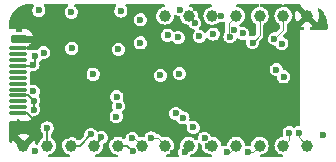
<source format=gbr>
%TF.GenerationSoftware,KiCad,Pcbnew,(6.0.4)*%
%TF.CreationDate,2022-08-13T13:22:29+02:00*%
%TF.ProjectId,mta1_usb,6d746131-5f75-4736-922e-6b696361645f,rev?*%
%TF.SameCoordinates,Original*%
%TF.FileFunction,Copper,L4,Bot*%
%TF.FilePolarity,Positive*%
%FSLAX46Y46*%
G04 Gerber Fmt 4.6, Leading zero omitted, Abs format (unit mm)*
G04 Created by KiCad (PCBNEW (6.0.4)) date 2022-08-13 13:22:29*
%MOMM*%
%LPD*%
G01*
G04 APERTURE LIST*
G04 Aperture macros list*
%AMRoundRect*
0 Rectangle with rounded corners*
0 $1 Rounding radius*
0 $2 $3 $4 $5 $6 $7 $8 $9 X,Y pos of 4 corners*
0 Add a 4 corners polygon primitive as box body*
4,1,4,$2,$3,$4,$5,$6,$7,$8,$9,$2,$3,0*
0 Add four circle primitives for the rounded corners*
1,1,$1+$1,$2,$3*
1,1,$1+$1,$4,$5*
1,1,$1+$1,$6,$7*
1,1,$1+$1,$8,$9*
0 Add four rect primitives between the rounded corners*
20,1,$1+$1,$2,$3,$4,$5,0*
20,1,$1+$1,$4,$5,$6,$7,0*
20,1,$1+$1,$6,$7,$8,$9,0*
20,1,$1+$1,$8,$9,$2,$3,0*%
G04 Aperture macros list end*
%TA.AperFunction,SMDPad,CuDef*%
%ADD10RoundRect,0.075000X-0.675000X-0.075000X0.675000X-0.075000X0.675000X0.075000X-0.675000X0.075000X0*%
%TD*%
%TA.AperFunction,SMDPad,CuDef*%
%ADD11RoundRect,0.175000X-0.525000X-0.175000X0.525000X-0.175000X0.525000X0.175000X-0.525000X0.175000X0*%
%TD*%
%TA.AperFunction,SMDPad,CuDef*%
%ADD12C,1.000000*%
%TD*%
%TA.AperFunction,ViaPad*%
%ADD13C,0.600000*%
%TD*%
%TA.AperFunction,Conductor*%
%ADD14C,0.125000*%
%TD*%
%TA.AperFunction,Conductor*%
%ADD15C,0.600000*%
%TD*%
%TA.AperFunction,Conductor*%
%ADD16C,0.200000*%
%TD*%
G04 APERTURE END LIST*
D10*
%TO.P,P1,B1,GND*%
%TO.N,GND*%
X101050000Y-91250000D03*
%TO.P,P1,B2,TX2+*%
%TO.N,unconnected-(P1-PadB2)*%
X101050000Y-91750000D03*
%TO.P,P1,B3,TX2-*%
%TO.N,unconnected-(P1-PadB3)*%
X101050000Y-92250000D03*
%TO.P,P1,B4,VBUS*%
%TO.N,+5V*%
X101050000Y-92750000D03*
%TO.P,P1,B5,VCONN*%
%TO.N,unconnected-(P1-PadB5)*%
X101050000Y-93250000D03*
%TO.P,P1,B6*%
%TO.N,N/C*%
X101050000Y-93750000D03*
%TO.P,P1,B7*%
X101050000Y-94250000D03*
%TO.P,P1,B8,SBU2*%
%TO.N,unconnected-(P1-PadB8)*%
X101050000Y-94750000D03*
%TO.P,P1,B9,VBUS*%
%TO.N,+5V*%
X101050000Y-95250000D03*
%TO.P,P1,B10,RX1-*%
%TO.N,unconnected-(P1-PadB10)*%
X101050000Y-95750000D03*
%TO.P,P1,B11,RX1+*%
%TO.N,unconnected-(P1-PadB11)*%
X101050000Y-96250000D03*
%TO.P,P1,B12,GND*%
%TO.N,GND*%
X101050000Y-96750000D03*
D11*
%TO.P,P1,S1,SHIELD*%
X101100000Y-90500000D03*
%TD*%
D12*
%TO.P,TP1,1,1*%
%TO.N,+5V*%
X103500000Y-99500000D03*
%TD*%
%TO.P,TP3,1,1*%
%TO.N,+2V5*%
X107500000Y-99500000D03*
%TD*%
%TO.P,TP4,1,1*%
%TO.N,+1V2*%
X109500000Y-99500000D03*
%TD*%
%TO.P,TP2,1,1*%
%TO.N,+3V3*%
X105500000Y-99500000D03*
%TD*%
%TO.P,TP7,1,1*%
%TO.N,RX*%
X113500000Y-99500000D03*
%TD*%
%TO.P,TP9,1,1*%
%TO.N,CTS*%
X117500000Y-99500000D03*
%TD*%
%TO.P,TP5,1,1*%
%TO.N,GND*%
X125500000Y-88500000D03*
%TD*%
%TO.P,TP18,1,1*%
%TO.N,APP_GPIO1*%
X119500000Y-99500000D03*
%TD*%
%TO.P,TP19,1,1*%
%TO.N,APP_GPIO2*%
X121500000Y-99500000D03*
%TD*%
%TO.P,TP14,1,1*%
%TO.N,APP_ICE_MOSI*%
X115500000Y-88500000D03*
%TD*%
%TO.P,TP28,1,1*%
%TO.N,GND*%
X101500000Y-99500000D03*
%TD*%
%TO.P,TP8,1,1*%
%TO.N,RTS*%
X115500000Y-99500000D03*
%TD*%
%TO.P,TP17,1,1*%
%TO.N,APP_CDONE*%
X123500000Y-88500000D03*
%TD*%
%TO.P,TP15,1,1*%
%TO.N,APP_ICE_MISO*%
X119500000Y-88500000D03*
%TD*%
%TO.P,TP20,1,1*%
%TO.N,APP_GPIO3*%
X123500000Y-99500000D03*
%TD*%
%TO.P,TP6,1,1*%
%TO.N,TX*%
X111500000Y-99500000D03*
%TD*%
%TO.P,TP13,1,1*%
%TO.N,APP_ICE_SS*%
X117500000Y-88500000D03*
%TD*%
%TO.P,TP12,1,1*%
%TO.N,APP_ICE_SCK*%
X113500000Y-88500000D03*
%TD*%
%TO.P,TP21,1,1*%
%TO.N,APP_GPIO4*%
X125500000Y-99500000D03*
%TD*%
%TO.P,TP16,1,1*%
%TO.N,APP_CRESET*%
X121500000Y-88500000D03*
%TD*%
D13*
%TO.N,GND*%
X108951563Y-98787032D03*
X113700000Y-91262489D03*
X126850000Y-89100000D03*
X109499292Y-92457430D03*
X105643750Y-92350000D03*
X116550000Y-100100000D03*
X102200000Y-90500000D03*
X107017510Y-95517510D03*
X112200000Y-91600000D03*
X117900000Y-96100000D03*
X116900000Y-95100000D03*
X114190950Y-98140450D03*
X110450000Y-90350000D03*
X116107816Y-87836928D03*
X119850000Y-94100000D03*
X118900000Y-93100000D03*
X102800000Y-90200000D03*
X102987526Y-89456771D03*
X124200000Y-91350000D03*
X102200000Y-91150000D03*
X114136045Y-100136045D03*
X111450000Y-91600000D03*
X113250000Y-91750000D03*
X114521610Y-99650000D03*
X117900000Y-94100000D03*
X105593750Y-89200000D03*
X118900000Y-95100000D03*
X122700000Y-89500000D03*
X105191730Y-98653959D03*
X120500000Y-87950000D03*
X119850000Y-96100000D03*
X102400000Y-98000000D03*
X102400000Y-97350000D03*
X124500000Y-92000000D03*
X120900000Y-95100000D03*
X111400000Y-89850000D03*
X115800000Y-92050000D03*
X118850000Y-97100000D03*
%TO.N,+5V*%
X105543750Y-88200000D03*
X105593750Y-91250000D03*
X102500000Y-91950000D03*
X103500000Y-98000000D03*
X102300000Y-92650000D03*
X102350000Y-95700000D03*
X102800000Y-88050000D03*
X102350000Y-96450000D03*
%TO.N,+3V3*%
X114700000Y-93400000D03*
X123371981Y-90871981D03*
X111400000Y-88850000D03*
X119365412Y-89676255D03*
X107200000Y-98550000D03*
X123522528Y-93677472D03*
X116836928Y-98892184D03*
X109550000Y-96150000D03*
X114599988Y-90338489D03*
X109543750Y-91350000D03*
X109350000Y-97050000D03*
X109400000Y-95350000D03*
X120050000Y-90000000D03*
X126850000Y-98600000D03*
X113700000Y-90150000D03*
%TO.N,+2V5*%
X111400000Y-90800000D03*
X113100000Y-93550000D03*
X108100000Y-98800000D03*
%TO.N,+1V2*%
X122900238Y-93064220D03*
X115875683Y-97957964D03*
X110732513Y-99969111D03*
X109750000Y-88100000D03*
%TO.N,APP_CDONE*%
X122750000Y-90450000D03*
%TO.N,APP_CRESET*%
X116400000Y-90250000D03*
X120896377Y-90771778D03*
%TO.N,APP_ICE_SCK*%
X113500000Y-88388000D03*
X117562000Y-90050000D03*
%TO.N,SPI_VCC_OK*%
X107400000Y-93450000D03*
X102500000Y-99950000D03*
%TO.N,TX*%
X110707631Y-98894377D03*
%TO.N,Net-(P1-PadA5)*%
X102346800Y-94903200D03*
X103206258Y-91637342D03*
%TO.N,APP_ICE_SS*%
X118183368Y-88496982D03*
%TO.N,APP_ICE_MOSI*%
X115986240Y-89094334D03*
%TO.N,APP_ICE_MISO*%
X118984579Y-90263000D03*
X114756811Y-87993272D03*
%TO.N,RX*%
X112300000Y-98850000D03*
%TO.N,RTS*%
X115001531Y-97152723D03*
X115150000Y-100050000D03*
%TO.N,CTS*%
X117134427Y-99569435D03*
X114400000Y-96762000D03*
%TO.N,APP_GPIO1*%
X118700000Y-100050000D03*
%TO.N,APP_GPIO2*%
X120500000Y-100050000D03*
%TO.N,APP_GPIO3*%
X124000000Y-98400500D03*
%TO.N,APP_GPIO4*%
X124796800Y-98396800D03*
%TD*%
D14*
%TO.N,APP_ICE_SS*%
X118180350Y-88500000D02*
X117500000Y-88500000D01*
X118183368Y-88496982D02*
X118180350Y-88500000D01*
%TO.N,APP_ICE_MISO*%
X118903401Y-90181822D02*
X118903401Y-89096599D01*
X118903401Y-89096599D02*
X119500000Y-88500000D01*
X118984579Y-90263000D02*
X118903401Y-90181822D01*
D15*
%TO.N,GND*%
X101100000Y-90500000D02*
X102200000Y-90500000D01*
D16*
X102200000Y-90500000D02*
X102200000Y-91150000D01*
X101050000Y-96750000D02*
X101800000Y-96750000D01*
X101800000Y-96750000D02*
X102400000Y-97350000D01*
X101050000Y-91250000D02*
X102100000Y-91250000D01*
X102100000Y-91250000D02*
X102200000Y-91150000D01*
%TO.N,+5V*%
X102500000Y-92450000D02*
X102500000Y-91950000D01*
X102200000Y-92750000D02*
X102300000Y-92650000D01*
X101900000Y-95250000D02*
X102350000Y-95700000D01*
X103500000Y-98000000D02*
X103500000Y-99500000D01*
X102300000Y-92650000D02*
X102500000Y-92450000D01*
X102350000Y-95700000D02*
X102350000Y-96450000D01*
X101050000Y-95250000D02*
X101900000Y-95250000D01*
X101050000Y-92750000D02*
X102200000Y-92750000D01*
%TO.N,+3V3*%
X106250000Y-99500000D02*
X107200000Y-98550000D01*
X105500000Y-99500000D02*
X106250000Y-99500000D01*
%TO.N,+2V5*%
X108100000Y-98800000D02*
X108100000Y-98900000D01*
X108100000Y-98900000D02*
X107500000Y-99500000D01*
%TO.N,+1V2*%
X110263402Y-99500000D02*
X110732513Y-99969111D01*
X109500000Y-99500000D02*
X110263402Y-99500000D01*
D14*
%TO.N,APP_CDONE*%
X123500000Y-89700000D02*
X123500000Y-88500000D01*
X122750000Y-90450000D02*
X123500000Y-89700000D01*
%TO.N,APP_CRESET*%
X121500000Y-90168155D02*
X121500000Y-88500000D01*
X120896377Y-90771778D02*
X121500000Y-90168155D01*
%TO.N,TX*%
X110707631Y-98894377D02*
X110894377Y-98894377D01*
X110894377Y-98894377D02*
X111500000Y-99500000D01*
%TO.N,APP_ICE_MOSI*%
X115986240Y-88986240D02*
X115500000Y-88500000D01*
X115986240Y-89094334D02*
X115986240Y-88986240D01*
%TO.N,RX*%
X112300000Y-98850000D02*
X112850000Y-98850000D01*
X112850000Y-98850000D02*
X113500000Y-99500000D01*
%TO.N,RTS*%
X115500000Y-99500000D02*
X115500000Y-99700000D01*
X115500000Y-99700000D02*
X115150000Y-100050000D01*
%TO.N,CTS*%
X117500000Y-99500000D02*
X117203862Y-99500000D01*
X117203862Y-99500000D02*
X117134427Y-99569435D01*
%TO.N,APP_GPIO1*%
X118950000Y-100050000D02*
X119500000Y-99500000D01*
X118700000Y-100050000D02*
X118950000Y-100050000D01*
%TO.N,APP_GPIO2*%
X120500000Y-100050000D02*
X120950000Y-100050000D01*
X120950000Y-100050000D02*
X121500000Y-99500000D01*
%TO.N,APP_GPIO3*%
X124000000Y-99000000D02*
X124000000Y-98400500D01*
X123500000Y-99500000D02*
X124000000Y-99000000D01*
%TO.N,APP_GPIO4*%
X124796800Y-98396800D02*
X124796800Y-98796800D01*
X124796800Y-98796800D02*
X125500000Y-99500000D01*
%TD*%
%TA.AperFunction,Conductor*%
%TO.N,GND*%
G36*
X102332263Y-87524502D02*
G01*
X102378756Y-87578158D01*
X102388860Y-87648432D01*
X102364104Y-87707204D01*
X102320675Y-87763802D01*
X102320673Y-87763805D01*
X102315645Y-87770358D01*
X102312486Y-87777984D01*
X102312485Y-87777986D01*
X102283270Y-87848518D01*
X102259772Y-87905246D01*
X102258695Y-87913430D01*
X102258694Y-87913432D01*
X102244973Y-88017655D01*
X102240715Y-88050000D01*
X102241793Y-88058188D01*
X102256385Y-88169025D01*
X102259772Y-88194754D01*
X102265337Y-88208188D01*
X102309514Y-88314840D01*
X102315645Y-88329642D01*
X102404526Y-88445474D01*
X102411076Y-88450500D01*
X102411079Y-88450503D01*
X102513468Y-88529069D01*
X102520357Y-88534355D01*
X102655246Y-88590228D01*
X102800000Y-88609285D01*
X102808188Y-88608207D01*
X102936566Y-88591306D01*
X102944754Y-88590228D01*
X103079643Y-88534355D01*
X103086532Y-88529069D01*
X103188921Y-88450503D01*
X103188924Y-88450500D01*
X103195474Y-88445474D01*
X103284355Y-88329642D01*
X103290487Y-88314840D01*
X103334663Y-88208188D01*
X103340228Y-88194754D01*
X103343616Y-88169025D01*
X103358207Y-88058188D01*
X103359285Y-88050000D01*
X103355027Y-88017655D01*
X103341306Y-87913432D01*
X103341305Y-87913430D01*
X103340228Y-87905246D01*
X103316730Y-87848518D01*
X103287515Y-87777986D01*
X103287514Y-87777984D01*
X103284355Y-87770358D01*
X103279327Y-87763805D01*
X103279325Y-87763802D01*
X103235896Y-87707204D01*
X103210295Y-87640984D01*
X103224560Y-87571435D01*
X103274161Y-87520639D01*
X103335858Y-87504500D01*
X105168093Y-87504500D01*
X105236214Y-87524502D01*
X105282707Y-87578158D01*
X105292811Y-87648432D01*
X105263317Y-87713012D01*
X105244798Y-87730462D01*
X105148276Y-87804526D01*
X105143253Y-87811072D01*
X105123918Y-87836270D01*
X105059395Y-87920358D01*
X105056236Y-87927984D01*
X105056235Y-87927986D01*
X105040563Y-87965821D01*
X105003522Y-88055246D01*
X105002445Y-88063430D01*
X105002444Y-88063432D01*
X104995767Y-88114152D01*
X104984465Y-88200000D01*
X104985543Y-88208188D01*
X105000456Y-88321463D01*
X105003522Y-88344754D01*
X105014258Y-88370672D01*
X105052199Y-88462269D01*
X105059395Y-88479642D01*
X105084847Y-88512812D01*
X105139433Y-88583949D01*
X105148276Y-88595474D01*
X105154826Y-88600500D01*
X105154829Y-88600503D01*
X105238294Y-88664548D01*
X105264107Y-88684355D01*
X105398996Y-88740228D01*
X105543750Y-88759285D01*
X105551938Y-88758207D01*
X105680316Y-88741306D01*
X105688504Y-88740228D01*
X105823393Y-88684355D01*
X105849206Y-88664548D01*
X105932671Y-88600503D01*
X105932674Y-88600500D01*
X105939224Y-88595474D01*
X105948068Y-88583949D01*
X106002653Y-88512812D01*
X106028105Y-88479642D01*
X106035302Y-88462269D01*
X106073242Y-88370672D01*
X106083978Y-88344754D01*
X106087045Y-88321463D01*
X106101957Y-88208188D01*
X106103035Y-88200000D01*
X106091733Y-88114152D01*
X106085056Y-88063432D01*
X106085055Y-88063430D01*
X106083978Y-88055246D01*
X106046937Y-87965821D01*
X106031265Y-87927986D01*
X106031264Y-87927984D01*
X106028105Y-87920358D01*
X105967129Y-87840892D01*
X105944251Y-87811077D01*
X105944250Y-87811076D01*
X105939224Y-87804526D01*
X105932674Y-87799500D01*
X105932671Y-87799497D01*
X105842703Y-87730462D01*
X105800835Y-87673124D01*
X105796614Y-87602253D01*
X105831379Y-87540350D01*
X105894091Y-87507069D01*
X105919407Y-87504500D01*
X109252508Y-87504500D01*
X109320629Y-87524502D01*
X109367122Y-87578158D01*
X109377226Y-87648432D01*
X109352471Y-87707204D01*
X109265645Y-87820358D01*
X109262486Y-87827984D01*
X109262485Y-87827986D01*
X109236449Y-87890842D01*
X109209772Y-87955246D01*
X109208695Y-87963430D01*
X109208694Y-87963432D01*
X109197184Y-88050862D01*
X109190715Y-88100000D01*
X109191793Y-88108188D01*
X109204681Y-88206080D01*
X109209772Y-88244754D01*
X109212931Y-88252380D01*
X109254353Y-88352380D01*
X109265645Y-88379642D01*
X109310086Y-88437558D01*
X109342378Y-88479642D01*
X109354526Y-88495474D01*
X109398412Y-88529149D01*
X109462057Y-88577986D01*
X109470357Y-88584355D01*
X109605246Y-88640228D01*
X109613434Y-88641306D01*
X109677623Y-88649757D01*
X109750000Y-88659285D01*
X109758188Y-88658207D01*
X109886566Y-88641306D01*
X109894754Y-88640228D01*
X110029643Y-88584355D01*
X110037944Y-88577986D01*
X110101588Y-88529149D01*
X110145474Y-88495474D01*
X110157623Y-88479642D01*
X110189914Y-88437558D01*
X110234355Y-88379642D01*
X110245648Y-88352380D01*
X110287069Y-88252380D01*
X110290228Y-88244754D01*
X110295320Y-88206080D01*
X110308207Y-88108188D01*
X110309285Y-88100000D01*
X110302816Y-88050862D01*
X110291306Y-87963432D01*
X110291305Y-87963430D01*
X110290228Y-87955246D01*
X110263551Y-87890842D01*
X110237515Y-87827986D01*
X110237514Y-87827984D01*
X110234355Y-87820358D01*
X110147529Y-87707204D01*
X110121929Y-87640984D01*
X110136194Y-87571435D01*
X110185795Y-87520639D01*
X110247492Y-87504500D01*
X113348792Y-87504500D01*
X113416913Y-87524502D01*
X113463406Y-87578158D01*
X113473510Y-87648432D01*
X113444016Y-87713012D01*
X113384290Y-87751396D01*
X113361962Y-87755810D01*
X113343965Y-87757701D01*
X113343961Y-87757702D01*
X113336957Y-87758438D01*
X113330286Y-87760709D01*
X113183387Y-87810717D01*
X113183384Y-87810718D01*
X113176717Y-87812988D01*
X113170719Y-87816678D01*
X113170717Y-87816679D01*
X113038543Y-87897993D01*
X113038541Y-87897995D01*
X113032544Y-87901684D01*
X112911605Y-88020117D01*
X112907794Y-88026031D01*
X112907792Y-88026033D01*
X112883690Y-88063432D01*
X112819909Y-88162400D01*
X112817498Y-88169025D01*
X112764425Y-88314840D01*
X112764424Y-88314845D01*
X112762015Y-88321463D01*
X112740800Y-88489399D01*
X112757318Y-88657862D01*
X112810748Y-88818479D01*
X112814397Y-88824504D01*
X112841218Y-88868790D01*
X112898435Y-88963267D01*
X112903326Y-88968332D01*
X112903327Y-88968333D01*
X112936924Y-89003124D01*
X113016021Y-89085031D01*
X113157660Y-89177717D01*
X113316315Y-89236720D01*
X113323296Y-89237651D01*
X113323298Y-89237652D01*
X113477118Y-89258176D01*
X113477122Y-89258176D01*
X113484099Y-89259107D01*
X113491110Y-89258469D01*
X113491114Y-89258469D01*
X113645652Y-89244405D01*
X113652673Y-89243766D01*
X113813659Y-89191458D01*
X113917356Y-89129642D01*
X113953004Y-89108392D01*
X113953006Y-89108391D01*
X113959056Y-89104784D01*
X114081638Y-88988052D01*
X114085539Y-88982181D01*
X114171410Y-88852935D01*
X114171411Y-88852933D01*
X114175311Y-88847063D01*
X114235420Y-88688824D01*
X114255676Y-88544696D01*
X114284964Y-88480022D01*
X114344568Y-88441449D01*
X114415565Y-88441224D01*
X114457154Y-88462269D01*
X114477168Y-88477627D01*
X114612057Y-88533500D01*
X114647674Y-88538189D01*
X114712601Y-88566911D01*
X114751693Y-88626176D01*
X114756627Y-88650815D01*
X114757318Y-88657862D01*
X114759542Y-88664547D01*
X114759542Y-88664548D01*
X114773135Y-88705411D01*
X114810748Y-88818479D01*
X114814397Y-88824504D01*
X114841218Y-88868790D01*
X114898435Y-88963267D01*
X114903326Y-88968332D01*
X114903327Y-88968333D01*
X114936924Y-89003124D01*
X115016021Y-89085031D01*
X115157660Y-89177717D01*
X115316315Y-89236720D01*
X115323293Y-89237651D01*
X115323297Y-89237652D01*
X115352799Y-89241588D01*
X115380600Y-89245297D01*
X115445476Y-89274132D01*
X115480344Y-89321972D01*
X115501885Y-89373976D01*
X115506912Y-89380527D01*
X115567719Y-89459772D01*
X115590766Y-89489808D01*
X115597316Y-89494834D01*
X115597319Y-89494837D01*
X115693571Y-89568694D01*
X115706597Y-89578689D01*
X115841486Y-89634562D01*
X115849674Y-89635640D01*
X115927963Y-89645947D01*
X115992890Y-89674670D01*
X116031981Y-89733935D01*
X116032826Y-89804926D01*
X116004021Y-89854138D01*
X116004526Y-89854526D01*
X115999503Y-89861072D01*
X115980168Y-89886270D01*
X115915645Y-89970358D01*
X115912486Y-89977984D01*
X115912485Y-89977986D01*
X115903367Y-90000000D01*
X115859772Y-90105246D01*
X115858695Y-90113430D01*
X115858694Y-90113432D01*
X115851200Y-90170358D01*
X115840715Y-90250000D01*
X115842417Y-90262931D01*
X115858418Y-90384467D01*
X115859772Y-90394754D01*
X115862931Y-90402380D01*
X115899585Y-90490869D01*
X115915645Y-90529642D01*
X116004526Y-90645474D01*
X116011076Y-90650500D01*
X116011079Y-90650503D01*
X116113804Y-90729327D01*
X116120357Y-90734355D01*
X116255246Y-90790228D01*
X116400000Y-90809285D01*
X116408188Y-90808207D01*
X116408333Y-90808188D01*
X116544754Y-90790228D01*
X116679643Y-90734355D01*
X116686196Y-90729327D01*
X116788921Y-90650503D01*
X116788924Y-90650500D01*
X116795474Y-90645474D01*
X116884355Y-90529642D01*
X116900416Y-90490869D01*
X116922401Y-90437792D01*
X116966949Y-90382511D01*
X117034313Y-90360090D01*
X117103104Y-90377648D01*
X117138772Y-90409306D01*
X117159404Y-90436193D01*
X117166526Y-90445474D01*
X117173076Y-90450500D01*
X117173079Y-90450503D01*
X117275804Y-90529327D01*
X117282357Y-90534355D01*
X117417246Y-90590228D01*
X117562000Y-90609285D01*
X117570188Y-90608207D01*
X117698566Y-90591306D01*
X117706754Y-90590228D01*
X117841643Y-90534355D01*
X117848196Y-90529327D01*
X117950921Y-90450503D01*
X117950924Y-90450500D01*
X117957474Y-90445474D01*
X117969623Y-90429642D01*
X118011503Y-90375062D01*
X118046355Y-90329642D01*
X118051091Y-90318210D01*
X118086986Y-90231550D01*
X118102228Y-90194754D01*
X118103482Y-90185233D01*
X118120207Y-90058188D01*
X118121285Y-90050000D01*
X118115393Y-90005246D01*
X118103306Y-89913432D01*
X118103305Y-89913430D01*
X118102228Y-89905246D01*
X118071059Y-89829998D01*
X118049515Y-89777986D01*
X118049514Y-89777984D01*
X118046355Y-89770358D01*
X117977525Y-89680657D01*
X117962501Y-89661077D01*
X117962500Y-89661076D01*
X117957474Y-89654526D01*
X117950924Y-89649500D01*
X117950921Y-89649497D01*
X117848196Y-89570673D01*
X117848194Y-89570672D01*
X117841643Y-89565645D01*
X117706754Y-89509772D01*
X117612517Y-89497366D01*
X117547591Y-89468644D01*
X117535835Y-89450821D01*
X117521022Y-89474394D01*
X117453994Y-89504934D01*
X117425431Y-89508694D01*
X117425428Y-89508695D01*
X117417246Y-89509772D01*
X117400994Y-89516504D01*
X117289986Y-89562485D01*
X117289984Y-89562486D01*
X117282358Y-89565645D01*
X117223150Y-89611077D01*
X117180673Y-89643671D01*
X117166526Y-89654526D01*
X117077645Y-89770358D01*
X117074484Y-89777988D01*
X117074484Y-89777989D01*
X117039599Y-89862208D01*
X116995051Y-89917489D01*
X116927687Y-89939910D01*
X116858896Y-89922352D01*
X116823228Y-89890694D01*
X116800505Y-89861082D01*
X116800503Y-89861080D01*
X116795474Y-89854526D01*
X116788924Y-89849500D01*
X116788921Y-89849497D01*
X116686196Y-89770673D01*
X116686194Y-89770672D01*
X116679643Y-89765645D01*
X116544754Y-89709772D01*
X116514047Y-89705729D01*
X116458277Y-89698387D01*
X116393349Y-89669664D01*
X116354258Y-89610399D01*
X116353413Y-89539408D01*
X116382220Y-89490196D01*
X116381714Y-89489808D01*
X116384804Y-89485781D01*
X116470595Y-89373976D01*
X116477730Y-89356752D01*
X116516607Y-89262894D01*
X116526468Y-89239088D01*
X116527655Y-89230076D01*
X116544447Y-89102522D01*
X116545525Y-89094334D01*
X116540372Y-89055189D01*
X116527546Y-88957766D01*
X116527545Y-88957764D01*
X116526468Y-88949580D01*
X116481274Y-88840473D01*
X116473755Y-88822320D01*
X116473754Y-88822318D01*
X116470595Y-88814692D01*
X116396616Y-88718281D01*
X116386741Y-88705411D01*
X116386740Y-88705410D01*
X116381714Y-88698860D01*
X116375164Y-88693834D01*
X116375161Y-88693831D01*
X116306684Y-88641287D01*
X116264817Y-88583949D01*
X116259168Y-88529149D01*
X116258123Y-88529069D01*
X116258427Y-88525123D01*
X116258978Y-88521200D01*
X116259274Y-88500000D01*
X116245774Y-88379642D01*
X116241191Y-88338780D01*
X116241190Y-88338777D01*
X116240406Y-88331784D01*
X116184738Y-88171929D01*
X116095038Y-88028379D01*
X115975764Y-87908269D01*
X115832844Y-87817569D01*
X115782092Y-87799497D01*
X115680016Y-87763149D01*
X115680011Y-87763148D01*
X115673381Y-87760787D01*
X115666395Y-87759954D01*
X115666391Y-87759953D01*
X115629998Y-87755614D01*
X115564725Y-87727687D01*
X115524912Y-87668904D01*
X115523200Y-87597928D01*
X115560132Y-87537293D01*
X115623983Y-87506251D01*
X115644917Y-87504500D01*
X117348792Y-87504500D01*
X117416913Y-87524502D01*
X117463406Y-87578158D01*
X117473510Y-87648432D01*
X117444016Y-87713012D01*
X117384290Y-87751396D01*
X117361962Y-87755810D01*
X117343965Y-87757701D01*
X117343961Y-87757702D01*
X117336957Y-87758438D01*
X117330286Y-87760709D01*
X117183387Y-87810717D01*
X117183384Y-87810718D01*
X117176717Y-87812988D01*
X117170719Y-87816678D01*
X117170717Y-87816679D01*
X117038543Y-87897993D01*
X117038541Y-87897995D01*
X117032544Y-87901684D01*
X116911605Y-88020117D01*
X116907794Y-88026031D01*
X116907792Y-88026033D01*
X116883690Y-88063432D01*
X116819909Y-88162400D01*
X116817498Y-88169025D01*
X116764425Y-88314840D01*
X116764424Y-88314845D01*
X116762015Y-88321463D01*
X116740800Y-88489399D01*
X116757318Y-88657862D01*
X116810748Y-88818479D01*
X116814397Y-88824504D01*
X116841218Y-88868790D01*
X116898435Y-88963267D01*
X116903326Y-88968332D01*
X116903327Y-88968333D01*
X116936924Y-89003124D01*
X117016021Y-89085031D01*
X117157660Y-89177717D01*
X117316315Y-89236720D01*
X117323296Y-89237651D01*
X117323298Y-89237652D01*
X117391217Y-89246714D01*
X117454211Y-89255119D01*
X117519088Y-89283954D01*
X117530682Y-89301599D01*
X117545324Y-89278209D01*
X117609549Y-89247949D01*
X117617544Y-89246963D01*
X117645653Y-89244405D01*
X117645654Y-89244405D01*
X117652673Y-89243766D01*
X117813659Y-89191458D01*
X117906367Y-89136193D01*
X117953006Y-89108391D01*
X117953009Y-89108389D01*
X117959056Y-89104784D01*
X117987443Y-89077752D01*
X118050564Y-89045261D01*
X118090775Y-89044077D01*
X118183368Y-89056267D01*
X118191556Y-89055189D01*
X118319934Y-89038288D01*
X118328122Y-89037210D01*
X118335749Y-89034051D01*
X118335752Y-89034050D01*
X118412183Y-89002391D01*
X118482773Y-88994802D01*
X118546260Y-89026581D01*
X118582487Y-89087640D01*
X118586401Y-89118800D01*
X118586401Y-89828278D01*
X118566399Y-89896399D01*
X118560364Y-89904982D01*
X118500224Y-89983358D01*
X118497065Y-89990984D01*
X118497064Y-89990986D01*
X118472620Y-90050000D01*
X118444351Y-90118246D01*
X118443274Y-90126430D01*
X118443273Y-90126432D01*
X118438881Y-90159792D01*
X118425294Y-90263000D01*
X118426372Y-90271188D01*
X118443265Y-90399503D01*
X118444351Y-90407754D01*
X118456131Y-90436193D01*
X118494709Y-90529327D01*
X118500224Y-90542642D01*
X118512995Y-90559285D01*
X118582989Y-90650503D01*
X118589105Y-90658474D01*
X118595655Y-90663500D01*
X118595658Y-90663503D01*
X118692112Y-90737515D01*
X118704936Y-90747355D01*
X118839825Y-90803228D01*
X118848013Y-90804306D01*
X118877500Y-90808188D01*
X118984579Y-90822285D01*
X118992767Y-90821207D01*
X119121145Y-90804306D01*
X119129333Y-90803228D01*
X119264222Y-90747355D01*
X119277046Y-90737515D01*
X119373500Y-90663503D01*
X119373503Y-90663500D01*
X119380053Y-90658474D01*
X119386170Y-90650503D01*
X119456163Y-90559285D01*
X119468934Y-90542642D01*
X119474319Y-90529642D01*
X119497115Y-90474611D01*
X119541663Y-90419330D01*
X119609027Y-90396910D01*
X119677818Y-90414469D01*
X119690213Y-90422858D01*
X119770357Y-90484355D01*
X119905246Y-90540228D01*
X120050000Y-90559285D01*
X120058188Y-90558207D01*
X120186561Y-90541307D01*
X120186564Y-90541306D01*
X120194754Y-90540228D01*
X120195402Y-90539959D01*
X120262877Y-90541566D01*
X120321673Y-90581360D01*
X120349621Y-90646624D01*
X120349434Y-90678029D01*
X120348244Y-90687068D01*
X120337092Y-90771778D01*
X120339980Y-90793717D01*
X120353538Y-90896696D01*
X120356149Y-90916532D01*
X120359308Y-90924158D01*
X120403562Y-91030995D01*
X120412022Y-91051420D01*
X120500903Y-91167252D01*
X120507453Y-91172278D01*
X120507456Y-91172281D01*
X120606681Y-91248419D01*
X120616734Y-91256133D01*
X120751623Y-91312006D01*
X120896377Y-91331063D01*
X120904565Y-91329985D01*
X121032943Y-91313084D01*
X121041131Y-91312006D01*
X121176020Y-91256133D01*
X121186073Y-91248419D01*
X121285298Y-91172281D01*
X121285301Y-91172278D01*
X121291851Y-91167252D01*
X121380732Y-91051420D01*
X121389193Y-91030995D01*
X121433446Y-90924158D01*
X121436605Y-90916532D01*
X121439217Y-90896696D01*
X121452774Y-90793717D01*
X121455662Y-90771778D01*
X121450861Y-90735314D01*
X121461800Y-90665167D01*
X121486688Y-90629773D01*
X121710479Y-90405982D01*
X121718570Y-90398567D01*
X121746582Y-90375062D01*
X121764859Y-90343406D01*
X121770759Y-90334145D01*
X121785410Y-90313222D01*
X121785412Y-90313218D01*
X121791732Y-90304192D01*
X121794584Y-90293548D01*
X121795900Y-90290727D01*
X121796968Y-90287792D01*
X121802478Y-90278248D01*
X121806157Y-90257386D01*
X121808826Y-90242246D01*
X121811205Y-90231516D01*
X121817813Y-90206853D01*
X121820665Y-90196209D01*
X121817479Y-90159792D01*
X121817000Y-90148811D01*
X121817000Y-89261044D01*
X121837002Y-89192923D01*
X121878483Y-89152815D01*
X121953004Y-89108392D01*
X121953006Y-89108391D01*
X121959056Y-89104784D01*
X122081638Y-88988052D01*
X122085539Y-88982181D01*
X122171410Y-88852935D01*
X122171411Y-88852933D01*
X122175311Y-88847063D01*
X122235420Y-88688824D01*
X122247833Y-88600503D01*
X122258427Y-88525123D01*
X122258427Y-88525118D01*
X122258978Y-88521200D01*
X122259274Y-88500000D01*
X122245774Y-88379642D01*
X122241191Y-88338780D01*
X122241190Y-88338777D01*
X122240406Y-88331784D01*
X122184738Y-88171929D01*
X122095038Y-88028379D01*
X121975764Y-87908269D01*
X121832844Y-87817569D01*
X121782092Y-87799497D01*
X121680016Y-87763149D01*
X121680011Y-87763148D01*
X121673381Y-87760787D01*
X121666395Y-87759954D01*
X121666391Y-87759953D01*
X121629998Y-87755614D01*
X121564725Y-87727687D01*
X121524912Y-87668904D01*
X121523200Y-87597928D01*
X121560132Y-87537293D01*
X121623983Y-87506251D01*
X121644917Y-87504500D01*
X123348792Y-87504500D01*
X123416913Y-87524502D01*
X123463406Y-87578158D01*
X123473510Y-87648432D01*
X123444016Y-87713012D01*
X123384290Y-87751396D01*
X123361962Y-87755810D01*
X123343965Y-87757701D01*
X123343961Y-87757702D01*
X123336957Y-87758438D01*
X123330286Y-87760709D01*
X123183387Y-87810717D01*
X123183384Y-87810718D01*
X123176717Y-87812988D01*
X123170719Y-87816678D01*
X123170717Y-87816679D01*
X123038543Y-87897993D01*
X123038541Y-87897995D01*
X123032544Y-87901684D01*
X122911605Y-88020117D01*
X122907794Y-88026031D01*
X122907792Y-88026033D01*
X122883690Y-88063432D01*
X122819909Y-88162400D01*
X122817498Y-88169025D01*
X122764425Y-88314840D01*
X122764424Y-88314845D01*
X122762015Y-88321463D01*
X122740800Y-88489399D01*
X122757318Y-88657862D01*
X122810748Y-88818479D01*
X122814397Y-88824504D01*
X122841218Y-88868790D01*
X122898435Y-88963267D01*
X122903326Y-88968332D01*
X122903327Y-88968333D01*
X122936924Y-89003124D01*
X123016021Y-89085031D01*
X123021913Y-89088886D01*
X123021917Y-89088890D01*
X123125993Y-89156995D01*
X123172042Y-89211032D01*
X123183000Y-89262427D01*
X123183000Y-89516504D01*
X123162998Y-89584625D01*
X123146095Y-89605599D01*
X122892005Y-89859689D01*
X122829693Y-89893715D01*
X122786466Y-89895516D01*
X122750000Y-89890715D01*
X122741812Y-89891793D01*
X122613432Y-89908694D01*
X122613430Y-89908695D01*
X122605246Y-89909772D01*
X122557430Y-89929578D01*
X122477986Y-89962485D01*
X122477984Y-89962486D01*
X122470358Y-89965645D01*
X122354526Y-90054526D01*
X122265645Y-90170358D01*
X122262486Y-90177984D01*
X122262485Y-90177986D01*
X122254937Y-90196209D01*
X122209772Y-90305246D01*
X122208695Y-90313430D01*
X122208694Y-90313432D01*
X122198265Y-90392654D01*
X122190715Y-90450000D01*
X122191793Y-90458188D01*
X122208592Y-90585788D01*
X122209772Y-90594754D01*
X122226175Y-90634355D01*
X122257213Y-90709285D01*
X122265645Y-90729642D01*
X122297128Y-90770672D01*
X122322110Y-90803228D01*
X122354526Y-90845474D01*
X122361076Y-90850500D01*
X122361079Y-90850503D01*
X122457068Y-90924158D01*
X122470357Y-90934355D01*
X122605246Y-90990228D01*
X122750000Y-91009285D01*
X122749914Y-91009935D01*
X122812151Y-91028209D01*
X122860439Y-91085989D01*
X122884465Y-91143992D01*
X122887626Y-91151623D01*
X122916247Y-91188923D01*
X122953015Y-91236839D01*
X122976507Y-91267455D01*
X122983057Y-91272481D01*
X122983060Y-91272484D01*
X123085578Y-91351149D01*
X123092338Y-91356336D01*
X123227227Y-91412209D01*
X123371981Y-91431266D01*
X123380169Y-91430188D01*
X123385988Y-91429422D01*
X123516735Y-91412209D01*
X123651624Y-91356336D01*
X123658384Y-91351149D01*
X123760902Y-91272484D01*
X123760905Y-91272481D01*
X123767455Y-91267455D01*
X123790948Y-91236839D01*
X123827715Y-91188923D01*
X123856336Y-91151623D01*
X123863850Y-91133484D01*
X123898720Y-91049301D01*
X123912209Y-91016735D01*
X123917311Y-90977986D01*
X123930188Y-90880169D01*
X123931266Y-90871981D01*
X123924797Y-90822844D01*
X123913287Y-90735413D01*
X123913286Y-90735411D01*
X123912209Y-90727227D01*
X123880429Y-90650503D01*
X123859496Y-90599967D01*
X123859495Y-90599965D01*
X123856336Y-90592339D01*
X123779448Y-90492136D01*
X123772482Y-90483058D01*
X123772481Y-90483057D01*
X123767455Y-90476507D01*
X123760905Y-90471481D01*
X123760902Y-90471478D01*
X123658177Y-90392654D01*
X123658175Y-90392653D01*
X123651624Y-90387626D01*
X123549402Y-90345284D01*
X123494122Y-90300735D01*
X123471701Y-90233372D01*
X123489260Y-90164580D01*
X123508526Y-90139780D01*
X123710479Y-89937827D01*
X123718570Y-89930412D01*
X123746582Y-89906907D01*
X123764859Y-89875251D01*
X123770759Y-89865990D01*
X123785410Y-89845067D01*
X123785412Y-89845063D01*
X123791732Y-89836037D01*
X123794584Y-89825393D01*
X123795898Y-89822576D01*
X123796967Y-89819640D01*
X123802478Y-89810093D01*
X123804755Y-89797183D01*
X123808139Y-89777989D01*
X123808827Y-89774086D01*
X123811206Y-89763359D01*
X123817813Y-89738700D01*
X123817813Y-89738699D01*
X123820665Y-89728055D01*
X123819419Y-89713807D01*
X123817479Y-89691638D01*
X123817000Y-89680657D01*
X123817000Y-89261044D01*
X123837002Y-89192923D01*
X123878483Y-89152815D01*
X123953004Y-89108392D01*
X123953006Y-89108391D01*
X123959056Y-89104784D01*
X124081638Y-88988052D01*
X124085539Y-88982181D01*
X124171410Y-88852935D01*
X124171411Y-88852933D01*
X124175311Y-88847063D01*
X124235420Y-88688824D01*
X124239771Y-88657862D01*
X124247377Y-88603748D01*
X124276666Y-88539075D01*
X124336270Y-88500502D01*
X124340534Y-88500488D01*
X124340511Y-88500474D01*
X124345034Y-88500474D01*
X124407266Y-88500277D01*
X124467114Y-88538471D01*
X124496811Y-88602958D01*
X124497709Y-88610743D01*
X124503247Y-88676705D01*
X124505461Y-88688764D01*
X124556554Y-88866945D01*
X124561066Y-88878342D01*
X124621148Y-88995250D01*
X124630865Y-89005468D01*
X124637666Y-89003124D01*
X125127978Y-88512812D01*
X125135592Y-88498868D01*
X125135461Y-88497035D01*
X125131210Y-88490420D01*
X124643121Y-88002331D01*
X124630741Y-87995571D01*
X124624353Y-88000353D01*
X124571997Y-88095586D01*
X124567166Y-88106858D01*
X124511120Y-88283538D01*
X124508570Y-88295532D01*
X124497670Y-88392712D01*
X124470199Y-88458179D01*
X124411695Y-88498401D01*
X124345034Y-88500474D01*
X124340511Y-88500474D01*
X124279842Y-88464100D01*
X124248355Y-88400468D01*
X124247240Y-88392712D01*
X124241191Y-88338780D01*
X124241190Y-88338777D01*
X124240406Y-88331784D01*
X124184738Y-88171929D01*
X124095038Y-88028379D01*
X123975764Y-87908269D01*
X123832844Y-87817569D01*
X123782092Y-87799497D01*
X123680016Y-87763149D01*
X123680011Y-87763148D01*
X123673381Y-87760787D01*
X123666395Y-87759954D01*
X123666391Y-87759953D01*
X123629998Y-87755614D01*
X123564725Y-87727687D01*
X123524912Y-87668904D01*
X123523200Y-87597928D01*
X123560132Y-87537293D01*
X123623983Y-87506251D01*
X123644917Y-87504500D01*
X124864494Y-87504500D01*
X124932615Y-87524502D01*
X124979108Y-87578158D01*
X124981484Y-87594684D01*
X124981927Y-87594528D01*
X124997274Y-87638064D01*
X126356661Y-88997451D01*
X126369041Y-89004211D01*
X126375775Y-88999170D01*
X126422262Y-88917337D01*
X126427256Y-88906121D01*
X126485759Y-88730253D01*
X126488479Y-88718281D01*
X126512039Y-88531784D01*
X126512531Y-88524757D01*
X126512828Y-88503523D01*
X126512533Y-88496494D01*
X126494188Y-88309397D01*
X126491805Y-88297362D01*
X126438233Y-88119924D01*
X126433557Y-88108579D01*
X126402869Y-88050862D01*
X126388550Y-87981325D01*
X126414098Y-87915084D01*
X126471404Y-87873172D01*
X126542271Y-87868895D01*
X126589627Y-87890840D01*
X126635854Y-87925446D01*
X126649434Y-87937214D01*
X126812786Y-88100566D01*
X126824559Y-88114152D01*
X126963006Y-88299095D01*
X126972725Y-88314218D01*
X127040820Y-88438923D01*
X127074445Y-88500502D01*
X127083444Y-88516983D01*
X127090910Y-88533330D01*
X127137358Y-88657862D01*
X127171645Y-88749791D01*
X127176710Y-88767040D01*
X127225818Y-88992786D01*
X127228376Y-89010580D01*
X127241469Y-89193635D01*
X127242971Y-89214639D01*
X127242295Y-89225421D01*
X127242935Y-89225421D01*
X127242935Y-89237828D01*
X127240514Y-89250000D01*
X127242935Y-89262170D01*
X127243079Y-89262894D01*
X127245500Y-89287476D01*
X127245500Y-89574000D01*
X127225498Y-89642121D01*
X127171842Y-89688614D01*
X127119500Y-89700000D01*
X125870391Y-89700000D01*
X125802270Y-89679998D01*
X125755777Y-89626342D01*
X125745673Y-89556068D01*
X125775167Y-89491488D01*
X125836507Y-89452641D01*
X125860355Y-89445983D01*
X125871778Y-89441552D01*
X125995507Y-89379052D01*
X126005791Y-89369407D01*
X126003553Y-89362763D01*
X125512812Y-88872022D01*
X125498868Y-88864408D01*
X125497035Y-88864539D01*
X125490420Y-88868790D01*
X125002458Y-89356752D01*
X124995698Y-89369132D01*
X125000607Y-89375690D01*
X125089118Y-89425157D01*
X125100357Y-89430067D01*
X125174528Y-89454167D01*
X125233134Y-89494240D01*
X125260771Y-89559637D01*
X125248664Y-89629594D01*
X125200658Y-89681900D01*
X125135592Y-89700000D01*
X124900000Y-89700000D01*
X124900000Y-97713430D01*
X124879998Y-97781551D01*
X124826342Y-97828044D01*
X124790449Y-97838351D01*
X124720044Y-97847620D01*
X124660232Y-97855494D01*
X124660230Y-97855495D01*
X124652046Y-97856572D01*
X124635487Y-97863431D01*
X124524786Y-97909285D01*
X124524784Y-97909286D01*
X124517158Y-97912445D01*
X124489218Y-97933884D01*
X124472693Y-97946564D01*
X124406472Y-97972164D01*
X124336924Y-97957899D01*
X124319286Y-97946564D01*
X124286196Y-97921173D01*
X124286194Y-97921172D01*
X124279643Y-97916145D01*
X124144754Y-97860272D01*
X124116650Y-97856572D01*
X124008188Y-97842293D01*
X124000000Y-97841215D01*
X123991812Y-97842293D01*
X123863432Y-97859194D01*
X123863430Y-97859195D01*
X123855246Y-97860272D01*
X123807430Y-97880078D01*
X123727986Y-97912985D01*
X123727984Y-97912986D01*
X123720358Y-97916145D01*
X123604526Y-98005026D01*
X123599503Y-98011572D01*
X123580168Y-98036770D01*
X123515645Y-98120858D01*
X123512486Y-98128484D01*
X123512485Y-98128486D01*
X123480988Y-98204526D01*
X123459772Y-98255746D01*
X123458695Y-98263930D01*
X123458694Y-98263932D01*
X123452243Y-98312932D01*
X123440715Y-98400500D01*
X123442342Y-98412856D01*
X123458159Y-98533000D01*
X123459772Y-98545254D01*
X123462932Y-98552882D01*
X123462933Y-98552887D01*
X123474695Y-98581283D01*
X123482285Y-98651873D01*
X123450506Y-98715360D01*
X123389448Y-98751588D01*
X123371457Y-98754812D01*
X123343965Y-98757701D01*
X123343961Y-98757702D01*
X123336957Y-98758438D01*
X123330286Y-98760709D01*
X123183387Y-98810717D01*
X123183384Y-98810718D01*
X123176717Y-98812988D01*
X123170719Y-98816678D01*
X123170717Y-98816679D01*
X123038543Y-98897993D01*
X123038542Y-98897994D01*
X123032544Y-98901684D01*
X123000732Y-98932837D01*
X122944835Y-98987576D01*
X122911605Y-99020117D01*
X122907794Y-99026031D01*
X122907792Y-99026033D01*
X122862968Y-99095586D01*
X122819909Y-99162400D01*
X122803293Y-99208052D01*
X122764425Y-99314840D01*
X122764424Y-99314845D01*
X122762015Y-99321463D01*
X122740800Y-99489399D01*
X122757318Y-99657862D01*
X122810748Y-99818479D01*
X122898435Y-99963267D01*
X122903326Y-99968332D01*
X122903327Y-99968333D01*
X122927062Y-99992911D01*
X123016021Y-100085031D01*
X123157660Y-100177717D01*
X123316315Y-100236720D01*
X123323296Y-100237651D01*
X123323298Y-100237652D01*
X123375426Y-100244607D01*
X123440303Y-100273442D01*
X123479291Y-100332776D01*
X123480012Y-100403769D01*
X123442237Y-100463882D01*
X123377959Y-100494029D01*
X123358762Y-100495500D01*
X121661312Y-100495500D01*
X121593191Y-100475498D01*
X121546698Y-100421842D01*
X121536594Y-100351568D01*
X121566088Y-100286988D01*
X121625814Y-100248604D01*
X121638821Y-100246127D01*
X121638758Y-100245820D01*
X121645652Y-100244405D01*
X121652673Y-100243766D01*
X121813659Y-100191458D01*
X121906780Y-100135947D01*
X121953004Y-100108392D01*
X121953006Y-100108391D01*
X121959056Y-100104784D01*
X122081638Y-99988052D01*
X122093673Y-99969938D01*
X122171410Y-99852935D01*
X122171411Y-99852933D01*
X122175311Y-99847063D01*
X122235420Y-99688824D01*
X122253350Y-99561245D01*
X122258427Y-99525123D01*
X122258427Y-99525118D01*
X122258978Y-99521200D01*
X122259153Y-99508651D01*
X122259219Y-99503962D01*
X122259219Y-99503957D01*
X122259274Y-99500000D01*
X122249064Y-99408977D01*
X122241191Y-99338780D01*
X122241190Y-99338777D01*
X122240406Y-99331784D01*
X122184738Y-99171929D01*
X122095038Y-99028379D01*
X122078005Y-99011226D01*
X121980726Y-98913266D01*
X121975764Y-98908269D01*
X121969813Y-98904492D01*
X121912985Y-98868428D01*
X121832844Y-98817569D01*
X121805442Y-98807812D01*
X121680016Y-98763149D01*
X121680011Y-98763148D01*
X121673381Y-98760787D01*
X121666395Y-98759954D01*
X121666391Y-98759953D01*
X121538922Y-98744754D01*
X121505301Y-98740745D01*
X121498298Y-98741481D01*
X121498297Y-98741481D01*
X121343965Y-98757701D01*
X121343961Y-98757702D01*
X121336957Y-98758438D01*
X121330286Y-98760709D01*
X121183387Y-98810717D01*
X121183384Y-98810718D01*
X121176717Y-98812988D01*
X121170719Y-98816678D01*
X121170717Y-98816679D01*
X121038543Y-98897993D01*
X121038542Y-98897994D01*
X121032544Y-98901684D01*
X121000732Y-98932837D01*
X120944835Y-98987576D01*
X120911605Y-99020117D01*
X120907794Y-99026031D01*
X120907792Y-99026033D01*
X120862968Y-99095586D01*
X120819909Y-99162400D01*
X120803293Y-99208052D01*
X120764425Y-99314840D01*
X120764424Y-99314845D01*
X120762015Y-99321463D01*
X120752571Y-99396218D01*
X120724191Y-99461290D01*
X120665131Y-99500692D01*
X120611120Y-99505344D01*
X120541466Y-99496174D01*
X120500000Y-99490715D01*
X120389094Y-99505316D01*
X120318947Y-99494377D01*
X120265848Y-99447249D01*
X120247434Y-99394439D01*
X120241191Y-99338780D01*
X120241190Y-99338777D01*
X120240406Y-99331784D01*
X120184738Y-99171929D01*
X120095038Y-99028379D01*
X120078005Y-99011226D01*
X119980726Y-98913266D01*
X119975764Y-98908269D01*
X119969813Y-98904492D01*
X119912985Y-98868428D01*
X119832844Y-98817569D01*
X119805442Y-98807812D01*
X119680016Y-98763149D01*
X119680011Y-98763148D01*
X119673381Y-98760787D01*
X119666395Y-98759954D01*
X119666391Y-98759953D01*
X119538922Y-98744754D01*
X119505301Y-98740745D01*
X119498298Y-98741481D01*
X119498297Y-98741481D01*
X119343965Y-98757701D01*
X119343961Y-98757702D01*
X119336957Y-98758438D01*
X119330286Y-98760709D01*
X119183387Y-98810717D01*
X119183384Y-98810718D01*
X119176717Y-98812988D01*
X119170719Y-98816678D01*
X119170717Y-98816679D01*
X119038543Y-98897993D01*
X119038542Y-98897994D01*
X119032544Y-98901684D01*
X119000732Y-98932837D01*
X118944835Y-98987576D01*
X118911605Y-99020117D01*
X118907794Y-99026031D01*
X118907792Y-99026033D01*
X118862968Y-99095586D01*
X118819909Y-99162400D01*
X118803293Y-99208052D01*
X118764425Y-99314840D01*
X118764424Y-99314845D01*
X118762015Y-99321463D01*
X118759589Y-99340669D01*
X118753504Y-99388833D01*
X118725122Y-99453910D01*
X118666062Y-99493311D01*
X118644944Y-99497963D01*
X118563432Y-99508694D01*
X118563430Y-99508695D01*
X118555246Y-99509772D01*
X118428223Y-99562387D01*
X118357634Y-99569976D01*
X118294147Y-99538197D01*
X118257919Y-99477139D01*
X118254790Y-99460023D01*
X118241191Y-99338780D01*
X118241190Y-99338777D01*
X118240406Y-99331784D01*
X118184738Y-99171929D01*
X118095038Y-99028379D01*
X118078005Y-99011226D01*
X117980726Y-98913266D01*
X117975764Y-98908269D01*
X117969813Y-98904492D01*
X117912985Y-98868428D01*
X117832844Y-98817569D01*
X117805442Y-98807812D01*
X117680016Y-98763149D01*
X117680011Y-98763148D01*
X117673381Y-98760787D01*
X117666395Y-98759954D01*
X117666391Y-98759953D01*
X117538922Y-98744754D01*
X117505301Y-98740745D01*
X117473421Y-98744096D01*
X117403585Y-98731325D01*
X117351737Y-98682823D01*
X117343842Y-98667004D01*
X117342363Y-98663432D01*
X117330847Y-98635631D01*
X117324444Y-98620172D01*
X117324442Y-98620169D01*
X117321283Y-98612542D01*
X117259881Y-98532521D01*
X117237429Y-98503261D01*
X117237428Y-98503260D01*
X117232402Y-98496710D01*
X117225852Y-98491684D01*
X117225849Y-98491681D01*
X117123124Y-98412857D01*
X117123122Y-98412856D01*
X117116571Y-98407829D01*
X116994603Y-98357308D01*
X116989311Y-98355116D01*
X116981682Y-98351956D01*
X116836928Y-98332899D01*
X116828740Y-98333977D01*
X116700360Y-98350878D01*
X116700358Y-98350879D01*
X116692174Y-98351956D01*
X116666755Y-98362485D01*
X116564914Y-98404669D01*
X116564912Y-98404670D01*
X116557286Y-98407829D01*
X116550737Y-98412854D01*
X116550734Y-98412856D01*
X116519262Y-98437006D01*
X116453041Y-98462607D01*
X116383493Y-98448343D01*
X116332696Y-98398742D01*
X116316780Y-98329552D01*
X116342594Y-98260341D01*
X116355009Y-98244162D01*
X116355014Y-98244154D01*
X116360038Y-98237606D01*
X116373741Y-98204526D01*
X116410556Y-98115645D01*
X116415911Y-98102718D01*
X116427911Y-98011572D01*
X116433890Y-97966152D01*
X116434968Y-97957964D01*
X116429637Y-97917472D01*
X116416989Y-97821396D01*
X116416988Y-97821394D01*
X116415911Y-97813210D01*
X116374737Y-97713807D01*
X116363198Y-97685950D01*
X116363197Y-97685948D01*
X116360038Y-97678322D01*
X116299558Y-97599503D01*
X116276184Y-97569041D01*
X116276183Y-97569040D01*
X116271157Y-97562490D01*
X116264607Y-97557464D01*
X116264604Y-97557461D01*
X116161879Y-97478637D01*
X116161877Y-97478636D01*
X116155326Y-97473609D01*
X116020437Y-97417736D01*
X115875683Y-97398679D01*
X115867495Y-97399757D01*
X115739115Y-97416658D01*
X115739113Y-97416659D01*
X115730929Y-97417736D01*
X115723300Y-97420896D01*
X115715728Y-97424032D01*
X115645138Y-97431621D01*
X115581651Y-97399841D01*
X115545424Y-97338783D01*
X115542588Y-97291177D01*
X115548559Y-97245829D01*
X115560816Y-97152723D01*
X115552030Y-97085988D01*
X115542837Y-97016155D01*
X115542836Y-97016153D01*
X115541759Y-97007969D01*
X115499834Y-96906754D01*
X115489046Y-96880709D01*
X115489045Y-96880707D01*
X115485886Y-96873081D01*
X115407064Y-96770358D01*
X115402032Y-96763800D01*
X115402031Y-96763799D01*
X115397005Y-96757249D01*
X115390455Y-96752223D01*
X115390452Y-96752220D01*
X115287727Y-96673396D01*
X115287725Y-96673395D01*
X115281174Y-96668368D01*
X115146285Y-96612495D01*
X115069013Y-96602322D01*
X115001531Y-96593438D01*
X115001896Y-96590667D01*
X114946882Y-96574514D01*
X114898594Y-96516734D01*
X114887515Y-96489988D01*
X114884355Y-96482358D01*
X114795474Y-96366526D01*
X114788924Y-96361500D01*
X114788921Y-96361497D01*
X114686196Y-96282673D01*
X114686194Y-96282672D01*
X114679643Y-96277645D01*
X114544754Y-96221772D01*
X114400000Y-96202715D01*
X114391812Y-96203793D01*
X114263432Y-96220694D01*
X114263430Y-96220695D01*
X114255246Y-96221772D01*
X114207430Y-96241578D01*
X114127986Y-96274485D01*
X114127984Y-96274486D01*
X114120358Y-96277645D01*
X114004526Y-96366526D01*
X113915645Y-96482358D01*
X113912486Y-96489984D01*
X113912485Y-96489986D01*
X113908738Y-96499033D01*
X113859772Y-96617246D01*
X113858695Y-96625430D01*
X113858694Y-96625432D01*
X113845979Y-96722014D01*
X113840715Y-96762000D01*
X113841793Y-96770188D01*
X113858570Y-96897620D01*
X113859772Y-96906754D01*
X113862931Y-96914380D01*
X113903600Y-97012562D01*
X113915645Y-97041642D01*
X113928341Y-97058188D01*
X113998255Y-97149301D01*
X114004526Y-97157474D01*
X114011076Y-97162500D01*
X114011079Y-97162503D01*
X114113804Y-97241327D01*
X114120357Y-97246355D01*
X114255246Y-97302228D01*
X114263434Y-97303306D01*
X114400000Y-97321285D01*
X114399635Y-97324056D01*
X114454649Y-97340209D01*
X114502937Y-97397989D01*
X114517176Y-97432365D01*
X114527235Y-97445474D01*
X114595436Y-97534355D01*
X114606057Y-97548197D01*
X114612607Y-97553223D01*
X114612610Y-97553226D01*
X114688003Y-97611077D01*
X114721888Y-97637078D01*
X114856777Y-97692951D01*
X115001531Y-97712008D01*
X115009719Y-97710930D01*
X115138097Y-97694029D01*
X115146285Y-97692951D01*
X115153913Y-97689791D01*
X115153918Y-97689790D01*
X115161489Y-97686654D01*
X115232079Y-97679067D01*
X115295565Y-97710848D01*
X115331791Y-97771907D01*
X115334626Y-97819508D01*
X115316398Y-97957964D01*
X115317476Y-97966152D01*
X115323456Y-98011572D01*
X115335455Y-98102718D01*
X115340810Y-98115645D01*
X115377626Y-98204526D01*
X115391328Y-98237606D01*
X115417730Y-98272014D01*
X115466132Y-98335092D01*
X115480209Y-98353438D01*
X115486759Y-98358464D01*
X115486762Y-98358467D01*
X115575965Y-98426915D01*
X115596040Y-98442319D01*
X115730929Y-98498192D01*
X115739117Y-98499270D01*
X115786052Y-98505449D01*
X115875683Y-98517249D01*
X115883871Y-98516171D01*
X116012249Y-98499270D01*
X116020437Y-98498192D01*
X116155326Y-98442319D01*
X116193352Y-98413140D01*
X116259571Y-98387540D01*
X116329119Y-98401804D01*
X116379916Y-98451405D01*
X116395832Y-98520595D01*
X116370018Y-98589806D01*
X116357602Y-98605987D01*
X116357599Y-98605991D01*
X116352573Y-98612542D01*
X116349414Y-98620168D01*
X116349413Y-98620170D01*
X116343009Y-98635631D01*
X116296700Y-98747430D01*
X116295623Y-98755614D01*
X116295622Y-98755616D01*
X116285843Y-98829895D01*
X116277643Y-98892184D01*
X116278721Y-98900372D01*
X116278721Y-98907650D01*
X116258719Y-98975771D01*
X116205063Y-99022264D01*
X116134789Y-99032368D01*
X116070209Y-99002874D01*
X116063315Y-98996434D01*
X116055857Y-98988923D01*
X115975764Y-98908269D01*
X115969813Y-98904492D01*
X115912985Y-98868428D01*
X115832844Y-98817569D01*
X115805442Y-98807812D01*
X115680016Y-98763149D01*
X115680011Y-98763148D01*
X115673381Y-98760787D01*
X115666395Y-98759954D01*
X115666391Y-98759953D01*
X115538922Y-98744754D01*
X115505301Y-98740745D01*
X115498298Y-98741481D01*
X115498297Y-98741481D01*
X115343965Y-98757701D01*
X115343961Y-98757702D01*
X115336957Y-98758438D01*
X115330286Y-98760709D01*
X115183387Y-98810717D01*
X115183384Y-98810718D01*
X115176717Y-98812988D01*
X115170719Y-98816678D01*
X115170717Y-98816679D01*
X115038543Y-98897993D01*
X115038542Y-98897994D01*
X115032544Y-98901684D01*
X115000732Y-98932837D01*
X114944835Y-98987576D01*
X114911605Y-99020117D01*
X114907794Y-99026031D01*
X114907792Y-99026033D01*
X114862968Y-99095586D01*
X114819909Y-99162400D01*
X114803293Y-99208052D01*
X114764425Y-99314840D01*
X114764424Y-99314845D01*
X114762015Y-99321463D01*
X114740800Y-99489399D01*
X114751856Y-99602155D01*
X114738597Y-99671903D01*
X114726419Y-99691155D01*
X114670675Y-99763802D01*
X114670673Y-99763805D01*
X114665645Y-99770358D01*
X114662486Y-99777984D01*
X114662485Y-99777986D01*
X114653749Y-99799076D01*
X114609772Y-99905246D01*
X114608695Y-99913430D01*
X114608694Y-99913432D01*
X114598231Y-99992911D01*
X114590715Y-100050000D01*
X114591793Y-100058188D01*
X114597917Y-100104702D01*
X114609772Y-100194754D01*
X114660661Y-100317608D01*
X114662182Y-100321281D01*
X114669771Y-100391871D01*
X114637992Y-100455358D01*
X114576934Y-100491586D01*
X114545773Y-100495500D01*
X113661312Y-100495500D01*
X113593191Y-100475498D01*
X113546698Y-100421842D01*
X113536594Y-100351568D01*
X113566088Y-100286988D01*
X113625814Y-100248604D01*
X113638821Y-100246127D01*
X113638758Y-100245820D01*
X113645652Y-100244405D01*
X113652673Y-100243766D01*
X113813659Y-100191458D01*
X113906780Y-100135947D01*
X113953004Y-100108392D01*
X113953006Y-100108391D01*
X113959056Y-100104784D01*
X114081638Y-99988052D01*
X114093673Y-99969938D01*
X114171410Y-99852935D01*
X114171411Y-99852933D01*
X114175311Y-99847063D01*
X114235420Y-99688824D01*
X114253350Y-99561245D01*
X114258427Y-99525123D01*
X114258427Y-99525118D01*
X114258978Y-99521200D01*
X114259153Y-99508651D01*
X114259219Y-99503962D01*
X114259219Y-99503957D01*
X114259274Y-99500000D01*
X114249064Y-99408977D01*
X114241191Y-99338780D01*
X114241190Y-99338777D01*
X114240406Y-99331784D01*
X114184738Y-99171929D01*
X114095038Y-99028379D01*
X114078005Y-99011226D01*
X113980726Y-98913266D01*
X113975764Y-98908269D01*
X113969813Y-98904492D01*
X113912985Y-98868428D01*
X113832844Y-98817569D01*
X113805442Y-98807812D01*
X113680016Y-98763149D01*
X113680011Y-98763148D01*
X113673381Y-98760787D01*
X113666395Y-98759954D01*
X113666391Y-98759953D01*
X113538922Y-98744754D01*
X113505301Y-98740745D01*
X113498298Y-98741481D01*
X113498297Y-98741481D01*
X113343965Y-98757701D01*
X113343961Y-98757702D01*
X113336957Y-98758438D01*
X113330287Y-98760709D01*
X113330281Y-98760710D01*
X113314058Y-98766233D01*
X113243126Y-98769252D01*
X113184357Y-98736051D01*
X113087827Y-98639521D01*
X113080412Y-98631430D01*
X113056907Y-98603418D01*
X113025251Y-98585141D01*
X113015990Y-98579241D01*
X112995067Y-98564590D01*
X112995063Y-98564588D01*
X112986037Y-98558268D01*
X112975393Y-98555416D01*
X112972572Y-98554100D01*
X112969637Y-98553032D01*
X112960093Y-98547522D01*
X112949242Y-98545609D01*
X112949240Y-98545608D01*
X112924091Y-98541174D01*
X112913361Y-98538795D01*
X112888698Y-98532187D01*
X112878054Y-98529335D01*
X112867079Y-98530295D01*
X112867078Y-98530295D01*
X112841637Y-98532521D01*
X112830656Y-98533000D01*
X112817826Y-98533000D01*
X112749705Y-98512998D01*
X112717863Y-98483704D01*
X112700501Y-98461077D01*
X112700500Y-98461076D01*
X112695474Y-98454526D01*
X112688924Y-98449500D01*
X112688921Y-98449497D01*
X112586196Y-98370673D01*
X112586194Y-98370672D01*
X112579643Y-98365645D01*
X112444754Y-98309772D01*
X112300000Y-98290715D01*
X112291812Y-98291793D01*
X112163432Y-98308694D01*
X112163430Y-98308695D01*
X112155246Y-98309772D01*
X112128929Y-98320673D01*
X112027986Y-98362485D01*
X112027984Y-98362486D01*
X112020358Y-98365645D01*
X111955972Y-98415050D01*
X111927359Y-98437006D01*
X111904526Y-98454526D01*
X111815645Y-98570358D01*
X111812484Y-98577988D01*
X111812484Y-98577989D01*
X111770316Y-98679790D01*
X111725767Y-98735071D01*
X111658404Y-98757492D01*
X111638988Y-98756686D01*
X111505301Y-98740745D01*
X111498298Y-98741481D01*
X111498297Y-98741481D01*
X111348648Y-98757209D01*
X111278810Y-98744437D01*
X111226963Y-98695934D01*
X111219069Y-98680118D01*
X111195146Y-98622364D01*
X111191986Y-98614735D01*
X111142313Y-98550000D01*
X111108132Y-98505454D01*
X111108131Y-98505453D01*
X111103105Y-98498903D01*
X111096555Y-98493877D01*
X111096552Y-98493874D01*
X110993827Y-98415050D01*
X110993825Y-98415049D01*
X110987274Y-98410022D01*
X110852385Y-98354149D01*
X110835728Y-98351956D01*
X110715819Y-98336170D01*
X110707631Y-98335092D01*
X110699443Y-98336170D01*
X110571063Y-98353071D01*
X110571061Y-98353072D01*
X110562877Y-98354149D01*
X110524605Y-98370002D01*
X110435617Y-98406862D01*
X110435615Y-98406863D01*
X110427989Y-98410022D01*
X110312157Y-98498903D01*
X110307134Y-98505449D01*
X110300721Y-98513807D01*
X110223276Y-98614735D01*
X110220117Y-98622361D01*
X110220116Y-98622363D01*
X110203105Y-98663432D01*
X110167403Y-98749623D01*
X110166325Y-98757809D01*
X110166325Y-98757810D01*
X110159117Y-98812564D01*
X110130395Y-98877492D01*
X110071130Y-98916584D01*
X110000139Y-98917429D01*
X109966681Y-98902505D01*
X109832844Y-98817569D01*
X109805442Y-98807812D01*
X109680016Y-98763149D01*
X109680011Y-98763148D01*
X109673381Y-98760787D01*
X109666395Y-98759954D01*
X109666391Y-98759953D01*
X109538922Y-98744754D01*
X109505301Y-98740745D01*
X109498298Y-98741481D01*
X109498297Y-98741481D01*
X109343965Y-98757701D01*
X109343961Y-98757702D01*
X109336957Y-98758438D01*
X109330286Y-98760709D01*
X109183387Y-98810717D01*
X109183384Y-98810718D01*
X109176717Y-98812988D01*
X109170719Y-98816678D01*
X109170717Y-98816679D01*
X109038543Y-98897993D01*
X109038542Y-98897994D01*
X109032544Y-98901684D01*
X109000732Y-98932837D01*
X108944835Y-98987576D01*
X108911605Y-99020117D01*
X108907794Y-99026031D01*
X108907792Y-99026033D01*
X108821958Y-99159220D01*
X108816572Y-99163875D01*
X108816801Y-99168670D01*
X108812753Y-99182060D01*
X108764425Y-99314840D01*
X108764424Y-99314845D01*
X108762015Y-99321463D01*
X108740800Y-99489399D01*
X108757318Y-99657862D01*
X108810748Y-99818479D01*
X108898435Y-99963267D01*
X108903326Y-99968332D01*
X108903327Y-99968333D01*
X108927062Y-99992911D01*
X109016021Y-100085031D01*
X109157660Y-100177717D01*
X109316315Y-100236720D01*
X109323296Y-100237651D01*
X109323298Y-100237652D01*
X109375426Y-100244607D01*
X109440303Y-100273442D01*
X109479291Y-100332776D01*
X109480012Y-100403769D01*
X109442237Y-100463882D01*
X109377959Y-100494029D01*
X109358762Y-100495500D01*
X107661312Y-100495500D01*
X107593191Y-100475498D01*
X107546698Y-100421842D01*
X107536594Y-100351568D01*
X107566088Y-100286988D01*
X107625814Y-100248604D01*
X107638821Y-100246127D01*
X107638758Y-100245820D01*
X107645652Y-100244405D01*
X107652673Y-100243766D01*
X107813659Y-100191458D01*
X107906780Y-100135947D01*
X107953004Y-100108392D01*
X107953006Y-100108391D01*
X107959056Y-100104784D01*
X108081638Y-99988052D01*
X108093673Y-99969938D01*
X108171410Y-99852935D01*
X108171411Y-99852933D01*
X108175311Y-99847063D01*
X108235420Y-99688824D01*
X108253350Y-99561245D01*
X108258427Y-99525123D01*
X108258427Y-99525118D01*
X108258978Y-99521200D01*
X108259153Y-99508651D01*
X108259219Y-99503963D01*
X108259219Y-99503958D01*
X108259274Y-99500000D01*
X108252068Y-99435757D01*
X108264352Y-99365833D01*
X108312491Y-99313649D01*
X108329065Y-99305305D01*
X108379643Y-99284355D01*
X108399663Y-99268993D01*
X108488921Y-99200503D01*
X108488924Y-99200500D01*
X108495474Y-99195474D01*
X108501261Y-99187933D01*
X108534153Y-99145067D01*
X108584355Y-99079642D01*
X108586298Y-99074952D01*
X108595182Y-99066481D01*
X108595196Y-99055312D01*
X108599639Y-99042745D01*
X108637067Y-98952387D01*
X108637068Y-98952382D01*
X108640228Y-98944754D01*
X108643826Y-98917429D01*
X108658207Y-98808188D01*
X108659285Y-98800000D01*
X108652732Y-98750221D01*
X108641306Y-98663432D01*
X108641305Y-98663430D01*
X108640228Y-98655246D01*
X108609591Y-98581283D01*
X108587515Y-98527986D01*
X108587514Y-98527984D01*
X108584355Y-98520358D01*
X108529986Y-98449503D01*
X108500501Y-98411077D01*
X108500500Y-98411076D01*
X108495474Y-98404526D01*
X108488924Y-98399500D01*
X108488921Y-98399497D01*
X108386196Y-98320673D01*
X108386194Y-98320672D01*
X108379643Y-98315645D01*
X108244754Y-98259772D01*
X108100000Y-98240715D01*
X108091812Y-98241793D01*
X107963432Y-98258694D01*
X107963430Y-98258695D01*
X107955246Y-98259772D01*
X107832786Y-98310497D01*
X107762197Y-98318086D01*
X107698710Y-98286307D01*
X107685393Y-98269562D01*
X107684355Y-98270358D01*
X107600501Y-98161077D01*
X107600500Y-98161076D01*
X107595474Y-98154526D01*
X107588924Y-98149500D01*
X107588921Y-98149497D01*
X107486196Y-98070673D01*
X107486194Y-98070672D01*
X107479643Y-98065645D01*
X107344754Y-98009772D01*
X107200000Y-97990715D01*
X107176255Y-97993841D01*
X107063432Y-98008694D01*
X107063430Y-98008695D01*
X107055246Y-98009772D01*
X107007430Y-98029578D01*
X106927986Y-98062485D01*
X106927984Y-98062486D01*
X106920358Y-98065645D01*
X106804526Y-98154526D01*
X106715645Y-98270358D01*
X106712486Y-98277984D01*
X106712485Y-98277986D01*
X106683945Y-98346887D01*
X106659772Y-98405246D01*
X106658695Y-98413430D01*
X106658694Y-98413432D01*
X106646402Y-98506803D01*
X106640715Y-98550000D01*
X106641474Y-98555764D01*
X106621791Y-98622798D01*
X106604888Y-98643772D01*
X106246848Y-99001812D01*
X106184536Y-99035838D01*
X106113721Y-99030773D01*
X106068347Y-99001501D01*
X105980726Y-98913266D01*
X105975764Y-98908269D01*
X105969813Y-98904492D01*
X105912985Y-98868428D01*
X105832844Y-98817569D01*
X105805442Y-98807812D01*
X105680016Y-98763149D01*
X105680011Y-98763148D01*
X105673381Y-98760787D01*
X105666395Y-98759954D01*
X105666391Y-98759953D01*
X105538922Y-98744754D01*
X105505301Y-98740745D01*
X105498298Y-98741481D01*
X105498297Y-98741481D01*
X105343965Y-98757701D01*
X105343961Y-98757702D01*
X105336957Y-98758438D01*
X105330286Y-98760709D01*
X105183387Y-98810717D01*
X105183384Y-98810718D01*
X105176717Y-98812988D01*
X105170719Y-98816678D01*
X105170717Y-98816679D01*
X105038543Y-98897993D01*
X105038542Y-98897994D01*
X105032544Y-98901684D01*
X105000732Y-98932837D01*
X104944835Y-98987576D01*
X104911605Y-99020117D01*
X104907794Y-99026031D01*
X104907792Y-99026033D01*
X104862968Y-99095586D01*
X104819909Y-99162400D01*
X104803293Y-99208052D01*
X104764425Y-99314840D01*
X104764424Y-99314845D01*
X104762015Y-99321463D01*
X104740800Y-99489399D01*
X104757318Y-99657862D01*
X104810748Y-99818479D01*
X104898435Y-99963267D01*
X104903326Y-99968332D01*
X104903327Y-99968333D01*
X104927062Y-99992911D01*
X105016021Y-100085031D01*
X105157660Y-100177717D01*
X105316315Y-100236720D01*
X105323296Y-100237651D01*
X105323298Y-100237652D01*
X105375426Y-100244607D01*
X105440303Y-100273442D01*
X105479291Y-100332776D01*
X105480012Y-100403769D01*
X105442237Y-100463882D01*
X105377959Y-100494029D01*
X105358762Y-100495500D01*
X103661312Y-100495500D01*
X103593191Y-100475498D01*
X103546698Y-100421842D01*
X103536594Y-100351568D01*
X103566088Y-100286988D01*
X103625814Y-100248604D01*
X103638821Y-100246127D01*
X103638758Y-100245820D01*
X103645652Y-100244405D01*
X103652673Y-100243766D01*
X103813659Y-100191458D01*
X103906780Y-100135947D01*
X103953004Y-100108392D01*
X103953006Y-100108391D01*
X103959056Y-100104784D01*
X104081638Y-99988052D01*
X104093673Y-99969938D01*
X104171410Y-99852935D01*
X104171411Y-99852933D01*
X104175311Y-99847063D01*
X104235420Y-99688824D01*
X104253350Y-99561245D01*
X104258427Y-99525123D01*
X104258427Y-99525118D01*
X104258978Y-99521200D01*
X104259153Y-99508651D01*
X104259219Y-99503962D01*
X104259219Y-99503957D01*
X104259274Y-99500000D01*
X104249064Y-99408977D01*
X104241191Y-99338780D01*
X104241190Y-99338777D01*
X104240406Y-99331784D01*
X104184738Y-99171929D01*
X104095038Y-99028379D01*
X104078005Y-99011226D01*
X103980727Y-98913267D01*
X103980726Y-98913266D01*
X103975764Y-98908269D01*
X103969815Y-98904494D01*
X103969813Y-98904492D01*
X103912986Y-98868428D01*
X103866187Y-98815039D01*
X103854500Y-98762043D01*
X103854500Y-98487115D01*
X103874502Y-98418994D01*
X103890188Y-98399530D01*
X103895474Y-98395474D01*
X103984355Y-98279642D01*
X103988531Y-98269562D01*
X104037069Y-98152380D01*
X104040228Y-98144754D01*
X104044237Y-98114307D01*
X104057762Y-98011572D01*
X104059285Y-98000000D01*
X104052250Y-97946564D01*
X104041306Y-97863432D01*
X104041305Y-97863430D01*
X104040228Y-97855246D01*
X103984355Y-97720358D01*
X103895474Y-97604526D01*
X103888924Y-97599500D01*
X103888921Y-97599497D01*
X103786196Y-97520673D01*
X103786194Y-97520672D01*
X103779643Y-97515645D01*
X103644754Y-97459772D01*
X103500000Y-97440715D01*
X103491812Y-97441793D01*
X103363432Y-97458694D01*
X103363430Y-97458695D01*
X103355246Y-97459772D01*
X103340503Y-97465879D01*
X103227986Y-97512485D01*
X103227984Y-97512486D01*
X103220358Y-97515645D01*
X103165862Y-97557461D01*
X103123160Y-97590228D01*
X103104526Y-97604526D01*
X103015645Y-97720358D01*
X102959772Y-97855246D01*
X102958695Y-97863430D01*
X102958694Y-97863432D01*
X102947750Y-97946564D01*
X102940715Y-98000000D01*
X102942238Y-98011572D01*
X102955764Y-98114307D01*
X102959772Y-98144754D01*
X102962931Y-98152380D01*
X103011470Y-98269562D01*
X103015645Y-98279642D01*
X103104526Y-98395474D01*
X103109137Y-98399012D01*
X103142621Y-98460332D01*
X103145500Y-98487115D01*
X103145500Y-98761774D01*
X103125498Y-98829895D01*
X103085523Y-98869091D01*
X103032544Y-98901684D01*
X103000732Y-98932837D01*
X102944835Y-98987576D01*
X102911605Y-99020117D01*
X102907794Y-99026031D01*
X102907792Y-99026033D01*
X102862968Y-99095586D01*
X102819909Y-99162400D01*
X102762015Y-99321463D01*
X102760077Y-99320758D01*
X102729637Y-99373548D01*
X102666551Y-99406116D01*
X102626192Y-99407328D01*
X102600167Y-99403902D01*
X102535239Y-99375180D01*
X102496147Y-99315916D01*
X102493012Y-99303457D01*
X102491805Y-99297361D01*
X102438233Y-99119924D01*
X102433559Y-99108584D01*
X102378562Y-99005148D01*
X102368702Y-98995067D01*
X102361575Y-98997635D01*
X101589095Y-99770115D01*
X101526783Y-99804141D01*
X101455968Y-99799076D01*
X101410905Y-99770115D01*
X100643121Y-99002331D01*
X100630741Y-98995571D01*
X100624353Y-99000353D01*
X100571997Y-99095586D01*
X100567167Y-99106856D01*
X100548840Y-99164629D01*
X100509176Y-99223513D01*
X100443974Y-99251605D01*
X100373934Y-99239987D01*
X100321295Y-99192347D01*
X100305601Y-99153237D01*
X100303829Y-99145067D01*
X100273988Y-99007478D01*
X100271440Y-98989669D01*
X100271388Y-98988923D01*
X100261992Y-98856102D01*
X100257003Y-98785576D01*
X100257685Y-98774799D01*
X100257044Y-98774798D01*
X100257054Y-98762392D01*
X100259486Y-98750221D01*
X100256900Y-98737162D01*
X100254500Y-98712686D01*
X100254500Y-98631101D01*
X100994820Y-98631101D01*
X100997274Y-98638064D01*
X101487188Y-99127978D01*
X101501132Y-99135592D01*
X101502965Y-99135461D01*
X101509580Y-99131210D01*
X101997834Y-98642956D01*
X102004594Y-98630576D01*
X101999935Y-98624353D01*
X101897924Y-98569196D01*
X101886619Y-98564444D01*
X101709554Y-98509633D01*
X101697541Y-98507167D01*
X101513199Y-98487792D01*
X101500931Y-98487707D01*
X101316345Y-98504505D01*
X101304296Y-98506803D01*
X101126483Y-98559137D01*
X101115108Y-98563732D01*
X101004969Y-98621312D01*
X100994820Y-98631101D01*
X100254500Y-98631101D01*
X100254500Y-97534000D01*
X100274502Y-97465879D01*
X100328158Y-97419386D01*
X100380500Y-97408000D01*
X100881885Y-97408000D01*
X100897124Y-97403525D01*
X100898329Y-97402135D01*
X100900000Y-97394452D01*
X100900000Y-97376000D01*
X100920002Y-97307879D01*
X100973658Y-97261386D01*
X101026000Y-97250000D01*
X101074000Y-97250000D01*
X101142121Y-97270002D01*
X101188614Y-97323658D01*
X101200000Y-97376000D01*
X101200000Y-97389885D01*
X101204475Y-97405124D01*
X101205865Y-97406329D01*
X101213548Y-97408000D01*
X101759092Y-97408000D01*
X101767300Y-97407462D01*
X101869005Y-97394072D01*
X101884825Y-97389833D01*
X102011386Y-97337410D01*
X102025569Y-97329221D01*
X102134248Y-97245829D01*
X102145828Y-97234250D01*
X102229223Y-97125566D01*
X102237409Y-97111387D01*
X102247930Y-97085988D01*
X102276932Y-97050000D01*
X108790715Y-97050000D01*
X108791793Y-97058188D01*
X108805317Y-97160911D01*
X108809772Y-97194754D01*
X108812931Y-97202380D01*
X108855231Y-97304500D01*
X108865645Y-97329642D01*
X108901217Y-97376000D01*
X108935667Y-97420896D01*
X108954526Y-97445474D01*
X108961076Y-97450500D01*
X108961079Y-97450503D01*
X109052525Y-97520672D01*
X109070357Y-97534355D01*
X109205246Y-97590228D01*
X109350000Y-97609285D01*
X109358188Y-97608207D01*
X109386149Y-97604526D01*
X109494754Y-97590228D01*
X109629643Y-97534355D01*
X109647475Y-97520672D01*
X109738921Y-97450503D01*
X109738924Y-97450500D01*
X109745474Y-97445474D01*
X109764334Y-97420896D01*
X109798783Y-97376000D01*
X109834355Y-97329642D01*
X109844770Y-97304500D01*
X109887069Y-97202380D01*
X109890228Y-97194754D01*
X109894684Y-97160911D01*
X109908207Y-97058188D01*
X109909285Y-97050000D01*
X109894060Y-96934355D01*
X109891306Y-96913432D01*
X109891305Y-96913430D01*
X109890228Y-96905246D01*
X109834355Y-96770358D01*
X109832340Y-96767732D01*
X109816143Y-96700963D01*
X109839364Y-96633871D01*
X109865296Y-96606997D01*
X109938921Y-96550503D01*
X109938924Y-96550500D01*
X109945474Y-96545474D01*
X110034355Y-96429642D01*
X110090228Y-96294754D01*
X110091819Y-96282673D01*
X110108207Y-96158188D01*
X110109285Y-96150000D01*
X110099411Y-96075000D01*
X110091306Y-96013432D01*
X110091305Y-96013430D01*
X110090228Y-96005246D01*
X110051437Y-95911596D01*
X110037515Y-95877986D01*
X110037514Y-95877984D01*
X110034355Y-95870358D01*
X109945474Y-95754526D01*
X109938924Y-95749500D01*
X109938921Y-95749497D01*
X109936547Y-95747676D01*
X109935053Y-95745630D01*
X109933084Y-95743661D01*
X109933391Y-95743354D01*
X109894680Y-95690338D01*
X109890458Y-95619467D01*
X109896843Y-95599495D01*
X109937067Y-95502387D01*
X109937069Y-95502380D01*
X109940228Y-95494754D01*
X109959285Y-95350000D01*
X109940228Y-95205246D01*
X109920422Y-95157430D01*
X109887515Y-95077986D01*
X109887514Y-95077984D01*
X109884355Y-95070358D01*
X109795474Y-94954526D01*
X109788924Y-94949500D01*
X109788921Y-94949497D01*
X109686196Y-94870673D01*
X109686194Y-94870672D01*
X109679643Y-94865645D01*
X109544754Y-94809772D01*
X109400000Y-94790715D01*
X109391812Y-94791793D01*
X109263432Y-94808694D01*
X109263430Y-94808695D01*
X109255246Y-94809772D01*
X109207430Y-94829578D01*
X109127986Y-94862485D01*
X109127984Y-94862486D01*
X109120358Y-94865645D01*
X109004526Y-94954526D01*
X108915645Y-95070358D01*
X108912486Y-95077984D01*
X108912485Y-95077986D01*
X108879578Y-95157430D01*
X108859772Y-95205246D01*
X108840715Y-95350000D01*
X108859772Y-95494754D01*
X108862931Y-95502380D01*
X108903158Y-95599495D01*
X108915645Y-95629642D01*
X109004526Y-95745474D01*
X109011076Y-95750500D01*
X109011079Y-95750503D01*
X109013453Y-95752324D01*
X109014947Y-95754370D01*
X109016916Y-95756339D01*
X109016609Y-95756646D01*
X109055320Y-95809662D01*
X109059542Y-95880533D01*
X109053157Y-95900505D01*
X109012933Y-95997613D01*
X109012932Y-95997618D01*
X109009772Y-96005246D01*
X109008695Y-96013430D01*
X109008694Y-96013432D01*
X109000589Y-96075000D01*
X108990715Y-96150000D01*
X108991793Y-96158188D01*
X109008182Y-96282673D01*
X109009772Y-96294754D01*
X109065645Y-96429642D01*
X109067659Y-96432266D01*
X109083857Y-96499033D01*
X109060638Y-96566125D01*
X109034704Y-96593002D01*
X108961076Y-96649499D01*
X108961072Y-96649503D01*
X108954526Y-96654526D01*
X108865645Y-96770358D01*
X108862486Y-96777984D01*
X108862485Y-96777986D01*
X108829578Y-96857430D01*
X108809772Y-96905246D01*
X108808695Y-96913430D01*
X108808694Y-96913432D01*
X108805940Y-96934355D01*
X108790715Y-97050000D01*
X102276932Y-97050000D01*
X102292479Y-97030708D01*
X102350431Y-97012562D01*
X102350000Y-97009285D01*
X102494754Y-96990228D01*
X102629643Y-96934355D01*
X102655675Y-96914380D01*
X102738921Y-96850503D01*
X102738924Y-96850500D01*
X102745474Y-96845474D01*
X102834355Y-96729642D01*
X102846235Y-96700963D01*
X102887069Y-96602380D01*
X102890228Y-96594754D01*
X102900500Y-96516734D01*
X102908207Y-96458188D01*
X102909285Y-96450000D01*
X102899158Y-96373077D01*
X102891306Y-96313432D01*
X102891305Y-96313430D01*
X102890228Y-96305246D01*
X102834355Y-96170358D01*
X102820040Y-96151702D01*
X102794440Y-96085485D01*
X102808704Y-96015936D01*
X102820036Y-95998303D01*
X102834355Y-95979642D01*
X102890228Y-95844754D01*
X102893320Y-95821273D01*
X102908207Y-95708188D01*
X102909285Y-95700000D01*
X102898683Y-95619467D01*
X102891306Y-95563432D01*
X102891305Y-95563430D01*
X102890228Y-95555246D01*
X102834355Y-95420358D01*
X102800486Y-95376219D01*
X102774886Y-95309999D01*
X102789151Y-95240450D01*
X102800486Y-95222812D01*
X102826126Y-95189397D01*
X102826129Y-95189393D01*
X102831155Y-95182842D01*
X102850396Y-95136392D01*
X102883869Y-95055580D01*
X102887028Y-95047954D01*
X102898466Y-94961077D01*
X102905007Y-94911388D01*
X102906085Y-94903200D01*
X102887028Y-94758446D01*
X102831155Y-94623558D01*
X102742274Y-94507726D01*
X102735724Y-94502700D01*
X102735721Y-94502697D01*
X102632996Y-94423873D01*
X102632994Y-94423872D01*
X102626443Y-94418845D01*
X102491554Y-94362972D01*
X102346800Y-94343915D01*
X102202046Y-94362972D01*
X102201767Y-94360855D01*
X102142123Y-94359429D01*
X102083331Y-94319629D01*
X102055390Y-94254362D01*
X102054500Y-94239416D01*
X102054500Y-94136392D01*
X102048182Y-94088404D01*
X102031789Y-94053248D01*
X102021128Y-93983058D01*
X102031788Y-93946754D01*
X102048182Y-93911596D01*
X102054500Y-93863608D01*
X102054500Y-93636392D01*
X102048182Y-93588404D01*
X102031789Y-93553248D01*
X102021128Y-93483058D01*
X102030835Y-93450000D01*
X106840715Y-93450000D01*
X106841793Y-93458188D01*
X106854109Y-93551735D01*
X106859772Y-93594754D01*
X106869556Y-93618375D01*
X106904353Y-93702380D01*
X106915645Y-93729642D01*
X106920672Y-93736193D01*
X106992378Y-93829642D01*
X107004526Y-93845474D01*
X107011076Y-93850500D01*
X107011079Y-93850503D01*
X107090697Y-93911596D01*
X107120357Y-93934355D01*
X107255246Y-93990228D01*
X107400000Y-94009285D01*
X107408188Y-94008207D01*
X107536566Y-93991306D01*
X107544754Y-93990228D01*
X107679643Y-93934355D01*
X107709303Y-93911596D01*
X107788921Y-93850503D01*
X107788924Y-93850500D01*
X107795474Y-93845474D01*
X107807623Y-93829642D01*
X107879328Y-93736193D01*
X107884355Y-93729642D01*
X107895648Y-93702380D01*
X107930444Y-93618375D01*
X107940228Y-93594754D01*
X107945892Y-93551735D01*
X107946120Y-93550000D01*
X112540715Y-93550000D01*
X112541793Y-93558188D01*
X112558575Y-93685660D01*
X112559772Y-93694754D01*
X112615645Y-93829642D01*
X112631652Y-93850503D01*
X112685232Y-93920329D01*
X112704526Y-93945474D01*
X112711076Y-93950500D01*
X112711079Y-93950503D01*
X112787685Y-94009285D01*
X112820357Y-94034355D01*
X112955246Y-94090228D01*
X113100000Y-94109285D01*
X113108188Y-94108207D01*
X113236566Y-94091306D01*
X113244754Y-94090228D01*
X113379643Y-94034355D01*
X113412315Y-94009285D01*
X113488921Y-93950503D01*
X113488924Y-93950500D01*
X113495474Y-93945474D01*
X113514769Y-93920329D01*
X113568348Y-93850503D01*
X113584355Y-93829642D01*
X113640228Y-93694754D01*
X113641426Y-93685660D01*
X113658207Y-93558188D01*
X113659285Y-93550000D01*
X113656006Y-93525092D01*
X113641306Y-93413432D01*
X113641305Y-93413430D01*
X113640228Y-93405246D01*
X113638055Y-93400000D01*
X114140715Y-93400000D01*
X114141793Y-93408188D01*
X114148376Y-93458188D01*
X114159772Y-93544754D01*
X114162931Y-93552380D01*
X114211355Y-93669284D01*
X114215645Y-93679642D01*
X114304526Y-93795474D01*
X114311076Y-93800500D01*
X114311079Y-93800503D01*
X114387947Y-93859486D01*
X114420357Y-93884355D01*
X114555246Y-93940228D01*
X114700000Y-93959285D01*
X114708188Y-93958207D01*
X114716491Y-93957114D01*
X114844754Y-93940228D01*
X114979643Y-93884355D01*
X115012053Y-93859486D01*
X115088921Y-93800503D01*
X115088924Y-93800500D01*
X115095474Y-93795474D01*
X115184355Y-93679642D01*
X115188646Y-93669284D01*
X115237069Y-93552380D01*
X115240228Y-93544754D01*
X115251625Y-93458188D01*
X115258207Y-93408188D01*
X115259285Y-93400000D01*
X115245807Y-93297620D01*
X115241306Y-93263432D01*
X115241305Y-93263430D01*
X115240228Y-93255246D01*
X115213184Y-93189957D01*
X115187515Y-93127986D01*
X115187514Y-93127984D01*
X115184355Y-93120358D01*
X115141279Y-93064220D01*
X122340953Y-93064220D01*
X122342031Y-93072408D01*
X122353704Y-93161072D01*
X122360010Y-93208974D01*
X122363169Y-93216600D01*
X122399888Y-93305246D01*
X122415883Y-93343862D01*
X122420910Y-93350413D01*
X122497326Y-93450000D01*
X122504764Y-93459694D01*
X122511314Y-93464720D01*
X122511317Y-93464723D01*
X122604947Y-93536568D01*
X122620595Y-93548575D01*
X122755484Y-93604448D01*
X122763672Y-93605526D01*
X122861269Y-93618375D01*
X122926196Y-93647098D01*
X122965287Y-93706363D01*
X122969744Y-93726851D01*
X122977916Y-93788923D01*
X122982300Y-93822226D01*
X122989216Y-93838923D01*
X123033352Y-93945474D01*
X123038173Y-93957114D01*
X123127054Y-94072946D01*
X123133604Y-94077972D01*
X123133607Y-94077975D01*
X123236332Y-94156799D01*
X123242885Y-94161827D01*
X123377774Y-94217700D01*
X123522528Y-94236757D01*
X123530716Y-94235679D01*
X123659094Y-94218778D01*
X123667282Y-94217700D01*
X123802171Y-94161827D01*
X123808724Y-94156799D01*
X123911449Y-94077975D01*
X123911452Y-94077972D01*
X123918002Y-94072946D01*
X124006883Y-93957114D01*
X124011705Y-93945474D01*
X124055840Y-93838923D01*
X124062756Y-93822226D01*
X124067141Y-93788923D01*
X124079538Y-93694754D01*
X124081813Y-93677472D01*
X124070087Y-93588404D01*
X124063834Y-93540904D01*
X124063833Y-93540902D01*
X124062756Y-93532718D01*
X124025101Y-93441812D01*
X124010043Y-93405458D01*
X124010042Y-93405456D01*
X124006883Y-93397830D01*
X123918002Y-93281998D01*
X123911452Y-93276972D01*
X123911449Y-93276969D01*
X123808724Y-93198145D01*
X123808722Y-93198144D01*
X123802171Y-93193117D01*
X123667282Y-93137244D01*
X123645338Y-93134355D01*
X123561497Y-93123317D01*
X123496570Y-93094594D01*
X123457479Y-93035329D01*
X123453022Y-93014841D01*
X123452527Y-93011077D01*
X123448368Y-92979489D01*
X123441544Y-92927652D01*
X123441543Y-92927650D01*
X123440466Y-92919466D01*
X123415293Y-92858694D01*
X123387753Y-92792206D01*
X123387752Y-92792204D01*
X123384593Y-92784578D01*
X123295712Y-92668746D01*
X123289162Y-92663720D01*
X123289159Y-92663717D01*
X123186434Y-92584893D01*
X123186432Y-92584892D01*
X123179881Y-92579865D01*
X123044992Y-92523992D01*
X122900238Y-92504935D01*
X122876493Y-92508061D01*
X122763670Y-92522914D01*
X122763668Y-92522915D01*
X122755484Y-92523992D01*
X122707668Y-92543798D01*
X122628224Y-92576705D01*
X122628222Y-92576706D01*
X122620596Y-92579865D01*
X122504764Y-92668746D01*
X122415883Y-92784578D01*
X122412724Y-92792204D01*
X122412723Y-92792206D01*
X122385183Y-92858694D01*
X122360010Y-92919466D01*
X122358933Y-92927650D01*
X122358932Y-92927652D01*
X122350630Y-92990715D01*
X122340953Y-93064220D01*
X115141279Y-93064220D01*
X115129986Y-93049503D01*
X115100501Y-93011077D01*
X115100500Y-93011076D01*
X115095474Y-93004526D01*
X115088924Y-92999500D01*
X115088921Y-92999497D01*
X114986196Y-92920673D01*
X114986194Y-92920672D01*
X114979643Y-92915645D01*
X114844754Y-92859772D01*
X114700000Y-92840715D01*
X114691812Y-92841793D01*
X114563432Y-92858694D01*
X114563430Y-92858695D01*
X114555246Y-92859772D01*
X114507430Y-92879578D01*
X114427986Y-92912485D01*
X114427984Y-92912486D01*
X114420358Y-92915645D01*
X114304526Y-93004526D01*
X114215645Y-93120358D01*
X114212486Y-93127984D01*
X114212485Y-93127986D01*
X114186816Y-93189957D01*
X114159772Y-93255246D01*
X114158695Y-93263430D01*
X114158694Y-93263432D01*
X114154193Y-93297620D01*
X114140715Y-93400000D01*
X113638055Y-93400000D01*
X113598806Y-93305246D01*
X113587515Y-93277986D01*
X113587514Y-93277984D01*
X113584355Y-93270358D01*
X113520444Y-93187068D01*
X113500501Y-93161077D01*
X113500500Y-93161076D01*
X113495474Y-93154526D01*
X113488924Y-93149500D01*
X113488921Y-93149497D01*
X113386196Y-93070673D01*
X113386194Y-93070672D01*
X113379643Y-93065645D01*
X113244754Y-93009772D01*
X113100000Y-92990715D01*
X113091812Y-92991793D01*
X112963432Y-93008694D01*
X112963430Y-93008695D01*
X112955246Y-93009772D01*
X112907430Y-93029578D01*
X112827986Y-93062485D01*
X112827984Y-93062486D01*
X112820358Y-93065645D01*
X112704526Y-93154526D01*
X112699503Y-93161072D01*
X112680168Y-93186270D01*
X112615645Y-93270358D01*
X112612486Y-93277984D01*
X112612485Y-93277986D01*
X112601194Y-93305246D01*
X112559772Y-93405246D01*
X112558695Y-93413430D01*
X112558694Y-93413432D01*
X112543994Y-93525092D01*
X112540715Y-93550000D01*
X107946120Y-93550000D01*
X107958207Y-93458188D01*
X107959285Y-93450000D01*
X107952971Y-93402040D01*
X107941306Y-93313432D01*
X107941305Y-93313430D01*
X107940228Y-93305246D01*
X107900479Y-93209285D01*
X107887515Y-93177986D01*
X107887514Y-93177984D01*
X107884355Y-93170358D01*
X107826219Y-93094594D01*
X107800501Y-93061077D01*
X107800500Y-93061076D01*
X107795474Y-93054526D01*
X107788924Y-93049500D01*
X107788921Y-93049497D01*
X107686196Y-92970673D01*
X107686194Y-92970672D01*
X107679643Y-92965645D01*
X107544754Y-92909772D01*
X107400000Y-92890715D01*
X107391812Y-92891793D01*
X107263432Y-92908694D01*
X107263430Y-92908695D01*
X107255246Y-92909772D01*
X107212080Y-92927652D01*
X107127986Y-92962485D01*
X107127984Y-92962486D01*
X107120358Y-92965645D01*
X107004526Y-93054526D01*
X106999503Y-93061072D01*
X106995994Y-93065645D01*
X106915645Y-93170358D01*
X106912486Y-93177984D01*
X106912485Y-93177986D01*
X106899521Y-93209285D01*
X106859772Y-93305246D01*
X106858695Y-93313430D01*
X106858694Y-93313432D01*
X106847029Y-93402040D01*
X106840715Y-93450000D01*
X102030835Y-93450000D01*
X102031788Y-93446754D01*
X102048182Y-93411596D01*
X102054500Y-93363608D01*
X102054500Y-93320640D01*
X102074502Y-93252519D01*
X102128158Y-93206026D01*
X102196946Y-93195718D01*
X102291812Y-93208207D01*
X102300000Y-93209285D01*
X102308188Y-93208207D01*
X102436566Y-93191306D01*
X102444754Y-93190228D01*
X102579643Y-93134355D01*
X102586196Y-93129327D01*
X102688921Y-93050503D01*
X102688924Y-93050500D01*
X102695474Y-93045474D01*
X102726895Y-93004526D01*
X102779328Y-92936193D01*
X102784355Y-92929642D01*
X102811708Y-92863608D01*
X102837069Y-92802380D01*
X102840228Y-92794754D01*
X102859285Y-92650000D01*
X102848470Y-92567849D01*
X102850214Y-92524887D01*
X102851422Y-92519274D01*
X102854050Y-92511792D01*
X102854500Y-92506596D01*
X102854500Y-92503888D01*
X102854597Y-92501635D01*
X102854740Y-92501159D01*
X102854786Y-92501161D01*
X102854799Y-92500962D01*
X102856568Y-92495045D01*
X102854597Y-92444876D01*
X102854500Y-92439930D01*
X102854500Y-92437115D01*
X102874502Y-92368994D01*
X102890188Y-92349530D01*
X102895474Y-92345474D01*
X102900497Y-92338928D01*
X102900501Y-92338924D01*
X102983440Y-92230836D01*
X103040778Y-92188969D01*
X103099848Y-92182618D01*
X103206258Y-92196627D01*
X103214446Y-92195549D01*
X103342824Y-92178648D01*
X103351012Y-92177570D01*
X103485901Y-92121697D01*
X103492454Y-92116669D01*
X103595179Y-92037845D01*
X103595182Y-92037842D01*
X103601732Y-92032816D01*
X103690613Y-91916984D01*
X103701250Y-91891306D01*
X103742671Y-91791306D01*
X103746486Y-91782096D01*
X103751308Y-91745474D01*
X103764465Y-91645530D01*
X103765543Y-91637342D01*
X103746486Y-91492588D01*
X103708518Y-91400926D01*
X103693773Y-91365328D01*
X103693772Y-91365326D01*
X103690613Y-91357700D01*
X103630475Y-91279327D01*
X103607972Y-91250000D01*
X105034465Y-91250000D01*
X105035543Y-91258188D01*
X105048711Y-91358207D01*
X105053522Y-91394754D01*
X105056681Y-91402380D01*
X105098103Y-91502380D01*
X105109395Y-91529642D01*
X105114422Y-91536193D01*
X105186128Y-91629642D01*
X105198276Y-91645474D01*
X105204826Y-91650500D01*
X105204829Y-91650503D01*
X105307554Y-91729327D01*
X105314107Y-91734355D01*
X105448996Y-91790228D01*
X105593750Y-91809285D01*
X105601938Y-91808207D01*
X105730316Y-91791306D01*
X105738504Y-91790228D01*
X105873393Y-91734355D01*
X105879946Y-91729327D01*
X105982671Y-91650503D01*
X105982674Y-91650500D01*
X105989224Y-91645474D01*
X106001373Y-91629642D01*
X106073078Y-91536193D01*
X106078105Y-91529642D01*
X106089398Y-91502380D01*
X106130819Y-91402380D01*
X106133978Y-91394754D01*
X106138790Y-91358207D01*
X106139870Y-91350000D01*
X108984465Y-91350000D01*
X108985687Y-91359285D01*
X109001987Y-91483091D01*
X109003522Y-91494754D01*
X109059395Y-91629642D01*
X109148276Y-91745474D01*
X109154826Y-91750500D01*
X109154829Y-91750503D01*
X109231435Y-91809285D01*
X109264107Y-91834355D01*
X109398996Y-91890228D01*
X109543750Y-91909285D01*
X109551938Y-91908207D01*
X109680316Y-91891306D01*
X109688504Y-91890228D01*
X109823393Y-91834355D01*
X109856065Y-91809285D01*
X109932671Y-91750503D01*
X109932674Y-91750500D01*
X109939224Y-91745474D01*
X110028105Y-91629642D01*
X110083978Y-91494754D01*
X110085514Y-91483091D01*
X110101813Y-91359285D01*
X110103035Y-91350000D01*
X110091573Y-91262935D01*
X110085056Y-91213432D01*
X110085055Y-91213430D01*
X110083978Y-91205246D01*
X110061766Y-91151623D01*
X110031265Y-91077986D01*
X110031264Y-91077984D01*
X110028105Y-91070358D01*
X109964194Y-90987068D01*
X109944251Y-90961077D01*
X109944250Y-90961076D01*
X109939224Y-90954526D01*
X109932674Y-90949500D01*
X109932671Y-90949497D01*
X109829946Y-90870673D01*
X109829944Y-90870672D01*
X109823393Y-90865645D01*
X109688504Y-90809772D01*
X109665679Y-90806767D01*
X109614277Y-90800000D01*
X110840715Y-90800000D01*
X110843507Y-90821207D01*
X110857061Y-90924158D01*
X110859772Y-90944754D01*
X110862931Y-90952380D01*
X110895495Y-91030995D01*
X110915645Y-91079642D01*
X110932421Y-91101505D01*
X110982871Y-91167252D01*
X111004526Y-91195474D01*
X111011076Y-91200500D01*
X111011079Y-91200503D01*
X111113804Y-91279327D01*
X111120357Y-91284355D01*
X111255246Y-91340228D01*
X111263434Y-91341306D01*
X111313233Y-91347862D01*
X111400000Y-91359285D01*
X111408188Y-91358207D01*
X111408333Y-91358188D01*
X111486767Y-91347862D01*
X111536566Y-91341306D01*
X111544754Y-91340228D01*
X111679643Y-91284355D01*
X111686196Y-91279327D01*
X111788921Y-91200503D01*
X111788924Y-91200500D01*
X111795474Y-91195474D01*
X111817130Y-91167252D01*
X111867579Y-91101505D01*
X111884355Y-91079642D01*
X111904506Y-91030995D01*
X111937069Y-90952380D01*
X111940228Y-90944754D01*
X111942940Y-90924158D01*
X111956493Y-90821207D01*
X111959285Y-90800000D01*
X111949018Y-90722014D01*
X111941306Y-90663432D01*
X111941305Y-90663430D01*
X111940228Y-90655246D01*
X111913296Y-90590228D01*
X111887515Y-90527986D01*
X111887514Y-90527984D01*
X111884355Y-90520358D01*
X111830367Y-90450000D01*
X111800501Y-90411077D01*
X111800500Y-90411076D01*
X111795474Y-90404526D01*
X111788924Y-90399500D01*
X111788921Y-90399497D01*
X111686196Y-90320673D01*
X111686194Y-90320672D01*
X111679643Y-90315645D01*
X111544754Y-90259772D01*
X111526631Y-90257386D01*
X111411629Y-90242246D01*
X111400000Y-90240715D01*
X111388371Y-90242246D01*
X111263432Y-90258694D01*
X111263430Y-90258695D01*
X111255246Y-90259772D01*
X111247453Y-90263000D01*
X111127986Y-90312485D01*
X111127984Y-90312486D01*
X111120358Y-90315645D01*
X111090587Y-90338489D01*
X111012308Y-90398555D01*
X111004526Y-90404526D01*
X110915645Y-90520358D01*
X110912486Y-90527984D01*
X110912485Y-90527986D01*
X110886704Y-90590228D01*
X110859772Y-90655246D01*
X110858695Y-90663430D01*
X110858694Y-90663432D01*
X110850982Y-90722014D01*
X110840715Y-90800000D01*
X109614277Y-90800000D01*
X109543750Y-90790715D01*
X109520947Y-90793717D01*
X109407182Y-90808694D01*
X109407180Y-90808695D01*
X109398996Y-90809772D01*
X109371390Y-90821207D01*
X109271736Y-90862485D01*
X109271734Y-90862486D01*
X109264108Y-90865645D01*
X109148276Y-90954526D01*
X109143253Y-90961072D01*
X109128006Y-90980943D01*
X109059395Y-91070358D01*
X109056236Y-91077984D01*
X109056235Y-91077986D01*
X109025734Y-91151623D01*
X109003522Y-91205246D01*
X109002445Y-91213430D01*
X109002444Y-91213432D01*
X108995927Y-91262935D01*
X108984465Y-91350000D01*
X106139870Y-91350000D01*
X106151957Y-91258188D01*
X106153035Y-91250000D01*
X106139847Y-91149827D01*
X106135056Y-91113432D01*
X106135055Y-91113430D01*
X106133978Y-91105246D01*
X106096669Y-91015175D01*
X106081265Y-90977986D01*
X106081264Y-90977984D01*
X106078105Y-90970358D01*
X106008614Y-90879795D01*
X105994251Y-90861077D01*
X105994250Y-90861076D01*
X105989224Y-90854526D01*
X105982674Y-90849500D01*
X105982671Y-90849497D01*
X105879946Y-90770673D01*
X105879944Y-90770672D01*
X105873393Y-90765645D01*
X105738504Y-90709772D01*
X105593750Y-90690715D01*
X105585562Y-90691793D01*
X105457182Y-90708694D01*
X105457180Y-90708695D01*
X105448996Y-90709772D01*
X105406856Y-90727227D01*
X105321736Y-90762485D01*
X105321734Y-90762486D01*
X105314108Y-90765645D01*
X105198276Y-90854526D01*
X105109395Y-90970358D01*
X105106236Y-90977984D01*
X105106235Y-90977986D01*
X105090831Y-91015175D01*
X105053522Y-91105246D01*
X105052445Y-91113430D01*
X105052444Y-91113432D01*
X105047653Y-91149827D01*
X105034465Y-91250000D01*
X103607972Y-91250000D01*
X103606759Y-91248419D01*
X103606758Y-91248418D01*
X103601732Y-91241868D01*
X103595182Y-91236842D01*
X103595179Y-91236839D01*
X103492454Y-91158015D01*
X103492452Y-91158014D01*
X103485901Y-91152987D01*
X103351012Y-91097114D01*
X103206258Y-91078057D01*
X103198070Y-91079135D01*
X103069690Y-91096036D01*
X103069688Y-91096037D01*
X103061504Y-91097114D01*
X103041872Y-91105246D01*
X102934244Y-91149827D01*
X102934242Y-91149828D01*
X102926616Y-91152987D01*
X102810784Y-91241868D01*
X102805761Y-91248414D01*
X102805757Y-91248418D01*
X102722818Y-91356506D01*
X102665480Y-91398373D01*
X102606410Y-91404724D01*
X102500000Y-91390715D01*
X102356712Y-91409579D01*
X102305487Y-91405762D01*
X102285423Y-91400000D01*
X101942857Y-91400000D01*
X101889607Y-91388195D01*
X101820329Y-91355890D01*
X101820328Y-91355890D01*
X101811596Y-91351818D01*
X101802043Y-91350560D01*
X101792785Y-91347862D01*
X101793366Y-91345868D01*
X101739864Y-91322200D01*
X101700772Y-91262935D01*
X101699927Y-91191943D01*
X101737597Y-91131764D01*
X101801822Y-91101505D01*
X101821237Y-91100000D01*
X102285042Y-91100000D01*
X102298813Y-91095956D01*
X102300842Y-91082417D01*
X102294072Y-91030995D01*
X102289833Y-91015175D01*
X102275654Y-90980943D01*
X102268065Y-90910353D01*
X102271829Y-90895046D01*
X102299494Y-90806767D01*
X102302107Y-90793717D01*
X102304099Y-90772039D01*
X102301178Y-90757164D01*
X102289284Y-90754000D01*
X102226000Y-90754000D01*
X102157879Y-90733998D01*
X102111386Y-90680342D01*
X102100000Y-90628000D01*
X102100000Y-90372000D01*
X102120002Y-90303879D01*
X102173658Y-90257386D01*
X102226000Y-90246000D01*
X102287642Y-90246000D01*
X102302187Y-90241729D01*
X102304250Y-90229595D01*
X102302107Y-90206283D01*
X102299494Y-90193234D01*
X102285945Y-90150000D01*
X113140715Y-90150000D01*
X113141793Y-90158188D01*
X113156670Y-90271188D01*
X113159772Y-90294754D01*
X113169488Y-90318210D01*
X113211374Y-90419330D01*
X113215645Y-90429642D01*
X113257628Y-90484355D01*
X113292378Y-90529642D01*
X113304526Y-90545474D01*
X113311076Y-90550500D01*
X113311079Y-90550503D01*
X113407751Y-90624682D01*
X113420357Y-90634355D01*
X113555246Y-90690228D01*
X113700000Y-90709285D01*
X113708188Y-90708207D01*
X113836566Y-90691306D01*
X113844754Y-90690228D01*
X113884632Y-90673710D01*
X113972015Y-90637515D01*
X113972017Y-90637514D01*
X113979643Y-90634355D01*
X113986168Y-90629348D01*
X114055148Y-90612614D01*
X114122240Y-90635834D01*
X114149115Y-90661767D01*
X114199483Y-90727408D01*
X114199487Y-90727412D01*
X114204514Y-90733963D01*
X114211064Y-90738989D01*
X114211067Y-90738992D01*
X114313792Y-90817816D01*
X114320345Y-90822844D01*
X114455234Y-90878717D01*
X114599988Y-90897774D01*
X114608176Y-90896696D01*
X114736554Y-90879795D01*
X114744742Y-90878717D01*
X114879631Y-90822844D01*
X114886184Y-90817816D01*
X114988909Y-90738992D01*
X114988912Y-90738989D01*
X114995462Y-90733963D01*
X115006483Y-90719601D01*
X115061715Y-90647620D01*
X115084343Y-90618131D01*
X115088008Y-90609285D01*
X115137057Y-90490869D01*
X115140216Y-90483243D01*
X115141353Y-90474611D01*
X115158195Y-90346677D01*
X115159273Y-90338489D01*
X115150413Y-90271188D01*
X115141294Y-90201921D01*
X115141293Y-90201919D01*
X115140216Y-90193735D01*
X115103562Y-90105246D01*
X115087503Y-90066475D01*
X115087502Y-90066473D01*
X115084343Y-90058847D01*
X114995462Y-89943015D01*
X114988912Y-89937989D01*
X114988909Y-89937986D01*
X114886184Y-89859162D01*
X114886182Y-89859161D01*
X114879631Y-89854134D01*
X114744742Y-89798261D01*
X114599988Y-89779204D01*
X114591800Y-89780282D01*
X114463420Y-89797183D01*
X114463418Y-89797184D01*
X114455234Y-89798261D01*
X114320346Y-89854134D01*
X114313822Y-89859140D01*
X114244840Y-89875875D01*
X114177748Y-89852655D01*
X114150873Y-89826722D01*
X114100505Y-89761081D01*
X114100500Y-89761076D01*
X114095474Y-89754526D01*
X114088924Y-89749500D01*
X114088921Y-89749497D01*
X113986196Y-89670673D01*
X113986194Y-89670672D01*
X113979643Y-89665645D01*
X113844754Y-89609772D01*
X113700000Y-89590715D01*
X113691812Y-89591793D01*
X113563432Y-89608694D01*
X113563430Y-89608695D01*
X113555246Y-89609772D01*
X113524890Y-89622346D01*
X113427986Y-89662485D01*
X113427984Y-89662486D01*
X113420358Y-89665645D01*
X113304526Y-89754526D01*
X113299503Y-89761072D01*
X113286522Y-89777989D01*
X113215645Y-89870358D01*
X113212486Y-89877984D01*
X113212485Y-89877986D01*
X113189309Y-89933937D01*
X113159772Y-90005246D01*
X113158695Y-90013430D01*
X113158694Y-90013432D01*
X113153880Y-90050000D01*
X113140715Y-90150000D01*
X102285945Y-90150000D01*
X102254332Y-90049121D01*
X102248125Y-90035375D01*
X102170361Y-89906970D01*
X102161048Y-89895093D01*
X102054907Y-89788952D01*
X102043030Y-89779639D01*
X101914625Y-89701875D01*
X101900879Y-89695668D01*
X101756765Y-89650506D01*
X101743718Y-89647893D01*
X101682479Y-89642266D01*
X101676690Y-89642000D01*
X101372115Y-89642000D01*
X101356876Y-89646475D01*
X101355671Y-89647865D01*
X101354000Y-89655548D01*
X101354000Y-89724000D01*
X101333998Y-89792121D01*
X101280342Y-89838614D01*
X101228000Y-89850000D01*
X100972000Y-89850000D01*
X100903879Y-89829998D01*
X100857386Y-89776342D01*
X100846000Y-89724000D01*
X100846000Y-89660115D01*
X100841525Y-89644876D01*
X100840135Y-89643671D01*
X100832452Y-89642000D01*
X100523310Y-89642000D01*
X100517521Y-89642266D01*
X100456282Y-89647893D01*
X100443238Y-89650505D01*
X100418180Y-89658358D01*
X100347195Y-89659643D01*
X100286784Y-89622346D01*
X100256127Y-89558310D01*
X100254500Y-89538124D01*
X100254500Y-89287476D01*
X100256921Y-89262894D01*
X100257065Y-89262170D01*
X100259486Y-89250000D01*
X100257065Y-89237828D01*
X100257065Y-89225421D01*
X100257705Y-89225421D01*
X100257029Y-89214639D01*
X100258532Y-89193635D01*
X100271624Y-89010580D01*
X100274182Y-88992786D01*
X100305243Y-88850000D01*
X110840715Y-88850000D01*
X110841793Y-88858188D01*
X110858117Y-88982181D01*
X110859772Y-88994754D01*
X110872955Y-89026581D01*
X110890338Y-89068545D01*
X110915645Y-89129642D01*
X110920672Y-89136193D01*
X110993345Y-89230902D01*
X111004526Y-89245474D01*
X111011076Y-89250500D01*
X111011079Y-89250503D01*
X111104219Y-89321972D01*
X111120357Y-89334355D01*
X111255246Y-89390228D01*
X111400000Y-89409285D01*
X111408188Y-89408207D01*
X111536566Y-89391306D01*
X111544754Y-89390228D01*
X111679643Y-89334355D01*
X111695781Y-89321972D01*
X111788921Y-89250503D01*
X111788924Y-89250500D01*
X111795474Y-89245474D01*
X111806656Y-89230902D01*
X111879328Y-89136193D01*
X111884355Y-89129642D01*
X111909663Y-89068545D01*
X111927045Y-89026581D01*
X111940228Y-88994754D01*
X111941884Y-88982181D01*
X111958207Y-88858188D01*
X111959285Y-88850000D01*
X111947204Y-88758236D01*
X111941306Y-88713432D01*
X111941305Y-88713430D01*
X111940228Y-88705246D01*
X111913296Y-88640228D01*
X111887515Y-88577986D01*
X111887514Y-88577984D01*
X111884355Y-88570358D01*
X111829499Y-88498868D01*
X111800501Y-88461077D01*
X111800500Y-88461076D01*
X111795474Y-88454526D01*
X111788924Y-88449500D01*
X111788921Y-88449497D01*
X111686196Y-88370673D01*
X111686194Y-88370672D01*
X111679643Y-88365645D01*
X111544754Y-88309772D01*
X111400000Y-88290715D01*
X111391812Y-88291793D01*
X111263432Y-88308694D01*
X111263430Y-88308695D01*
X111255246Y-88309772D01*
X111218159Y-88325134D01*
X111127986Y-88362485D01*
X111127984Y-88362486D01*
X111120358Y-88365645D01*
X111090252Y-88388746D01*
X111021862Y-88441224D01*
X111004526Y-88454526D01*
X110915645Y-88570358D01*
X110912486Y-88577984D01*
X110912485Y-88577986D01*
X110886704Y-88640228D01*
X110859772Y-88705246D01*
X110858695Y-88713430D01*
X110858694Y-88713432D01*
X110852796Y-88758236D01*
X110840715Y-88850000D01*
X100305243Y-88850000D01*
X100323290Y-88767040D01*
X100328355Y-88749791D01*
X100362642Y-88657862D01*
X100409090Y-88533330D01*
X100416556Y-88516983D01*
X100425556Y-88500502D01*
X100459180Y-88438923D01*
X100527275Y-88314218D01*
X100536994Y-88299095D01*
X100675441Y-88114152D01*
X100687214Y-88100566D01*
X100850566Y-87937214D01*
X100864152Y-87925441D01*
X101049095Y-87786994D01*
X101064218Y-87777275D01*
X101266983Y-87666556D01*
X101283330Y-87659090D01*
X101456429Y-87594528D01*
X101499791Y-87578355D01*
X101517040Y-87573290D01*
X101742786Y-87524182D01*
X101760580Y-87521624D01*
X101780752Y-87520181D01*
X101964642Y-87507029D01*
X101975421Y-87507705D01*
X101975421Y-87507065D01*
X101987828Y-87507065D01*
X102000000Y-87509486D01*
X102012897Y-87506921D01*
X102037476Y-87504500D01*
X102264142Y-87504500D01*
X102332263Y-87524502D01*
G37*
%TD.AperFunction*%
%TA.AperFunction,Conductor*%
G36*
X116450983Y-99294970D02*
G01*
X116538855Y-99362397D01*
X116580722Y-99419735D01*
X116587073Y-99478804D01*
X116577424Y-99552102D01*
X116575142Y-99569435D01*
X116576220Y-99577623D01*
X116591727Y-99695410D01*
X116594199Y-99714189D01*
X116597358Y-99721815D01*
X116646323Y-99840025D01*
X116650072Y-99849077D01*
X116738953Y-99964909D01*
X116745503Y-99969935D01*
X116745506Y-99969938D01*
X116848231Y-100048762D01*
X116854784Y-100053790D01*
X116989673Y-100109663D01*
X117041283Y-100116458D01*
X117093827Y-100135945D01*
X117157660Y-100177717D01*
X117316315Y-100236720D01*
X117323296Y-100237651D01*
X117323298Y-100237652D01*
X117375426Y-100244607D01*
X117440303Y-100273442D01*
X117479291Y-100332776D01*
X117480012Y-100403769D01*
X117442237Y-100463882D01*
X117377959Y-100494029D01*
X117358762Y-100495500D01*
X115754226Y-100495500D01*
X115686105Y-100475498D01*
X115639612Y-100421842D01*
X115629508Y-100351568D01*
X115637818Y-100321281D01*
X115639340Y-100317608D01*
X115650381Y-100290951D01*
X115694929Y-100235671D01*
X115727851Y-100219339D01*
X115780045Y-100202380D01*
X115806960Y-100193635D01*
X115806963Y-100193634D01*
X115813659Y-100191458D01*
X115906780Y-100135947D01*
X115953004Y-100108392D01*
X115953006Y-100108391D01*
X115959056Y-100104784D01*
X116081638Y-99988052D01*
X116093673Y-99969938D01*
X116171410Y-99852935D01*
X116171411Y-99852933D01*
X116175311Y-99847063D01*
X116235420Y-99688824D01*
X116253350Y-99561245D01*
X116258427Y-99525123D01*
X116258427Y-99525118D01*
X116258978Y-99521200D01*
X116259153Y-99508651D01*
X116259219Y-99503962D01*
X116259219Y-99503957D01*
X116259274Y-99500000D01*
X116249064Y-99408976D01*
X116261348Y-99339051D01*
X116309487Y-99286867D01*
X116378197Y-99268993D01*
X116450983Y-99294970D01*
G37*
%TD.AperFunction*%
%TA.AperFunction,Conductor*%
G36*
X121416913Y-87524502D02*
G01*
X121463406Y-87578158D01*
X121473510Y-87648432D01*
X121444016Y-87713012D01*
X121384290Y-87751396D01*
X121361962Y-87755810D01*
X121343965Y-87757701D01*
X121343961Y-87757702D01*
X121336957Y-87758438D01*
X121330286Y-87760709D01*
X121183387Y-87810717D01*
X121183384Y-87810718D01*
X121176717Y-87812988D01*
X121170719Y-87816678D01*
X121170717Y-87816679D01*
X121038543Y-87897993D01*
X121038541Y-87897995D01*
X121032544Y-87901684D01*
X120911605Y-88020117D01*
X120907794Y-88026031D01*
X120907792Y-88026033D01*
X120883690Y-88063432D01*
X120819909Y-88162400D01*
X120817498Y-88169025D01*
X120764425Y-88314840D01*
X120764424Y-88314845D01*
X120762015Y-88321463D01*
X120740800Y-88489399D01*
X120757318Y-88657862D01*
X120810748Y-88818479D01*
X120814397Y-88824504D01*
X120841218Y-88868790D01*
X120898435Y-88963267D01*
X120903326Y-88968332D01*
X120903327Y-88968333D01*
X120936924Y-89003124D01*
X121016021Y-89085031D01*
X121021913Y-89088886D01*
X121021917Y-89088890D01*
X121125993Y-89156995D01*
X121172042Y-89211032D01*
X121183000Y-89262427D01*
X121183000Y-89984659D01*
X121162998Y-90052780D01*
X121146095Y-90073754D01*
X121038382Y-90181467D01*
X120976070Y-90215493D01*
X120932843Y-90217294D01*
X120896377Y-90212493D01*
X120888189Y-90213571D01*
X120759816Y-90230471D01*
X120759813Y-90230472D01*
X120751623Y-90231550D01*
X120750975Y-90231819D01*
X120683500Y-90230212D01*
X120624704Y-90190418D01*
X120596756Y-90125154D01*
X120596943Y-90093749D01*
X120608207Y-90008188D01*
X120609285Y-90000000D01*
X120599063Y-89922352D01*
X120591306Y-89863432D01*
X120591305Y-89863430D01*
X120590228Y-89855246D01*
X120556611Y-89774087D01*
X120537515Y-89727986D01*
X120537514Y-89727984D01*
X120534355Y-89720358D01*
X120479986Y-89649503D01*
X120450501Y-89611077D01*
X120450500Y-89611076D01*
X120445474Y-89604526D01*
X120438924Y-89599500D01*
X120438921Y-89599497D01*
X120336196Y-89520673D01*
X120336194Y-89520672D01*
X120329643Y-89515645D01*
X120194754Y-89459772D01*
X120050000Y-89440715D01*
X119969888Y-89451262D01*
X119899741Y-89440323D01*
X119851109Y-89395583D01*
X119849767Y-89396612D01*
X119816663Y-89353469D01*
X119791063Y-89287248D01*
X119805328Y-89217700D01*
X119852109Y-89168537D01*
X119953004Y-89108392D01*
X119953006Y-89108391D01*
X119959056Y-89104784D01*
X120081638Y-88988052D01*
X120085539Y-88982181D01*
X120171410Y-88852935D01*
X120171411Y-88852933D01*
X120175311Y-88847063D01*
X120235420Y-88688824D01*
X120247833Y-88600503D01*
X120258427Y-88525123D01*
X120258427Y-88525118D01*
X120258978Y-88521200D01*
X120259274Y-88500000D01*
X120245774Y-88379642D01*
X120241191Y-88338780D01*
X120241190Y-88338777D01*
X120240406Y-88331784D01*
X120184738Y-88171929D01*
X120095038Y-88028379D01*
X119975764Y-87908269D01*
X119832844Y-87817569D01*
X119782092Y-87799497D01*
X119680016Y-87763149D01*
X119680011Y-87763148D01*
X119673381Y-87760787D01*
X119666395Y-87759954D01*
X119666391Y-87759953D01*
X119629998Y-87755614D01*
X119564725Y-87727687D01*
X119524912Y-87668904D01*
X119523200Y-87597928D01*
X119560132Y-87537293D01*
X119623983Y-87506251D01*
X119644917Y-87504500D01*
X121348792Y-87504500D01*
X121416913Y-87524502D01*
G37*
%TD.AperFunction*%
%TD*%
M02*

</source>
